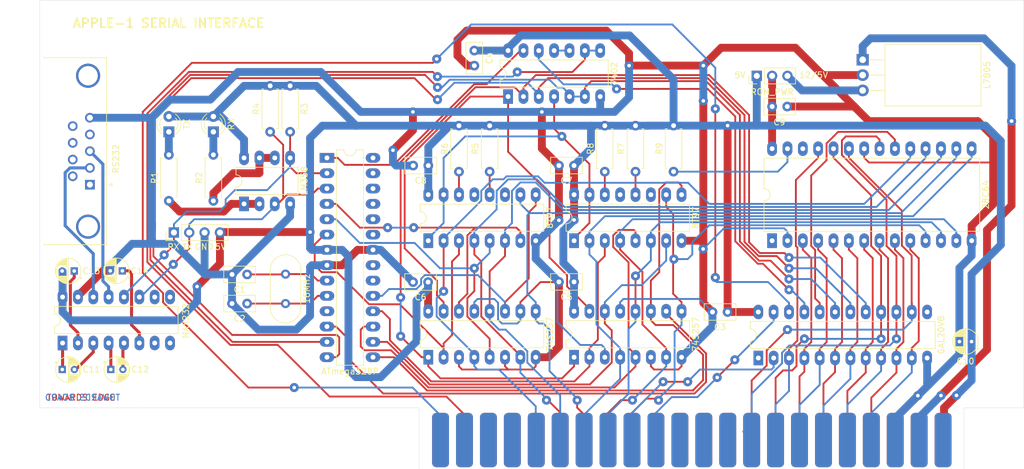
<source format=kicad_pcb>
(kicad_pcb (version 20171130) (host pcbnew "(5.1.5-0)")
  (layers (0 F.Cu signal) (31 B.Cu signal) (34 B.Paste user) (35 F.Paste user) (36 B.SilkS user) (37 F.SilkS user) (38 B.Mask user) (39 F.Mask user) (44 Edge.Cuts user))
  (net 0 "")
  (net 1 SR)
  (net 2 D3)
  (net 3 DATA0)
  (net 4 GND)
  (net 5 STATUS)
  (net 6 DATA3)
  (net 7 D0)
  (net 8 D2)
  (net 9 DATA1)
  (net 10 DATA2)
  (net 11 D1)
  (net 12 "Net-(74S257mux1-Pad15)")
  (net 13 +5V)
  (net 14 D5)
  (net 15 DATA6)
  (net 16 DATA5)
  (net 17 D6)
  (net 18 D4)
  (net 19 DATA7)
  (net 20 DATA4)
  (net 21 D7)
  (net 22 "Net-(8T97buf1-Pad1)")
  (net 23 "Net-(8T97buf1-Pad14)")
  (net 24 "Net-(8T97buf1-Pad13)")
  (net 25 "Net-(8T97buf1-Pad12)")
  (net 26 "Net-(8T97buf1-Pad11)")
  (net 27 "Net-(8T97buf2-Pad11)")
  (net 28 "Net-(8T97buf2-Pad12)")
  (net 29 "Net-(8T97buf2-Pad13)")
  (net 30 "Net-(8T97buf2-Pad14)")
  (net 31 "Net-(AT28C64B1-Pad1)")
  (net 32 A7)
  (net 33 A6)
  (net 34 A5)
  (net 35 A4)
  (net 36 ROM)
  (net 37 A3)
  (net 38 A10)
  (net 39 A2)
  (net 40 A1)
  (net 41 A11)
  (net 42 A0)
  (net 43 A9)
  (net 44 A8)
  (net 45 "Net-(AT28C64B1-Pad26)")
  (net 46 "Net-(AT28C64B1-Pad28)")
  (net 47 RESET)
  (net 48 /RXD)
  (net 49 /TXD)
  (net 50 "Net-(ATmega328P1-Pad20)")
  (net 51 "Net-(ATmega328P1-Pad21)")
  (net 52 "Net-(ATmega328P1-Pad9)")
  (net 53 "Net-(ATmega328P1-Pad23)")
  (net 54 "Net-(ATmega328P1-Pad10)")
  (net 55 "Net-(ATmega328P1-Pad24)")
  (net 56 "Net-(ATmega328P1-Pad11)")
  (net 57 "Net-(ATmega328P1-Pad25)")
  (net 58 "Net-(ATmega328P1-Pad26)")
  (net 59 WD)
  (net 60 "Net-(ATmega328P1-Pad27)")
  (net 61 RD)
  (net 62 "Net-(ATmega328P1-Pad28)")
  (net 63 "Net-(edge1-Pad21)")
  (net 64 A13)
  (net 65 A15)
  (net 66 "Net-(edge1-Pad11)")
  (net 67 "Net-(edge1-Pad10)")
  (net 68 "Net-(edge1-Pad5)")
  (net 69 "Net-(edge1-Pad4)")
  (net 70 "Net-(edge1-Pad3)")
  (net 71 RES)
  (net 72 "Net-(edge1-Pad1)")
  (net 73 PHI2)
  (net 74 "Net-(edge1-PadB)")
  (net 75 "Net-(edge1-PadC)")
  (net 76 "Net-(edge1-PadD)")
  (net 77 RW)
  (net 78 "Net-(edge1-PadM)")
  (net 79 A14)
  (net 80 A12)
  (net 81 +12V)
  (net 82 "Net-(edge1-PadZ)")
  (net 83 "Net-(GAL20V8B1-Pad1)")
  (net 84 "Net-(GAL20V8B1-Pad13)")
  (net 85 SW_RES)
  (net 86 "Net-(L7805-Pad3)")
  (net 87 "Net-(LED1-Pad1)")
  (net 88 "Net-(LED1-Pad6)")
  (net 89 "Net-(R1-Pad2)")
  (net 90 "Net-(R2-Pad2)")
  (net 91 "Net-(U7402-Pad10)")
  (net 92 "Net-(AT28C64B1-Pad27)")
  (net 93 T)
  (net 94 "Net-(C11-Pad2)")
  (net 95 "Net-(C11-Pad1)")
  (net 96 "Net-(C12-Pad2)")
  (net 97 "Net-(C12-Pad1)")
  (net 98 "Net-(C13-Pad1)")
  (net 99 "Net-(C14-Pad1)")
  (net 100 "Net-(RS232-Pad9)")
  (net 101 "Net-(RS232-Pad8)")
  (net 102 "Net-(RS232-Pad7)")
  (net 103 "Net-(RS232-Pad6)")
  (net 104 "Net-(RS232-Pad4)")
  (net 105 "Net-(RS232-Pad3)")
  (net 106 "Net-(RS232-Pad2)")
  (net 107 "Net-(RS232-Pad1)")
  (net 108 "Net-(U232-Pad8)")
  (net 109 "Net-(U232-Pad7)")
  (net 110 "Net-(U232-Pad10)")
  (net 111 "Net-(U232-Pad9)")
  (module Connector_Dsub:DSUB-9_Female_Horizontal_P2.77x2.84mm_EdgePinOffset4.94mm_Housed_MountingHolesOffset7.48mm (layer F.Cu) (at 58.81624 75.80376 270)
    (fp_text reference RS232 (at -4.2799 -4.31546 270) (layer F.SilkS))
    (fp_text value DB9_Female_MountingHoles hide)
    (pad 0 thru_hole circle (at 6.96 0.3 270) (size 4 4) (drill 3.2) (layers *.Cu *.Mask))
    (pad 0 thru_hole circle (at -18.04 0.3 270) (size 4 4) (drill 3.2) (layers *.Cu *.Mask))
    (pad 9 thru_hole circle (at -9.695 2.84 270) (size 1.6 1.6) (drill 1) (layers *.Cu *.Mask) (net 100 "Net-(RS232-Pad9)"))
    (pad 8 thru_hole circle (at -6.925 2.84 270) (size 1.6 1.6) (drill 1) (layers *.Cu *.Mask) (net 101 "Net-(RS232-Pad8)"))
    (pad 7 thru_hole circle (at -4.155 2.84 270) (size 1.6 1.6) (drill 1) (layers *.Cu *.Mask) (net 102 "Net-(RS232-Pad7)"))
    (pad 6 thru_hole circle (at -1.385 2.84 270) (size 1.6 1.6) (drill 1) (layers *.Cu *.Mask) (net 103 "Net-(RS232-Pad6)"))
    (pad 5 thru_hole circle (at -11.08 0 270) (size 1.6 1.6) (drill 1) (layers *.Cu *.Mask) (net 4 GND))
    (pad 4 thru_hole circle (at -8.31 0 270) (size 1.6 1.6) (drill 1) (layers *.Cu *.Mask) (net 104 "Net-(RS232-Pad4)"))
    (pad 3 thru_hole circle (at -5.54 0 270) (size 1.6 1.6) (drill 1) (layers *.Cu *.Mask) (net 105 "Net-(RS232-Pad3)"))
    (pad 2 thru_hole circle (at -2.77 0 270) (size 1.6 1.6) (drill 1) (layers *.Cu *.Mask) (net 106 "Net-(RS232-Pad2)"))
    (pad 1 thru_hole rect (at 0 0 270) (size 1.6 1.6) (drill 1) (layers *.Cu *.Mask) (net 107 "Net-(RS232-Pad1)"))
  )
  (module Package_DIP:DIP-16_W7.62mm_LongPads (layer F.Cu) (at 54.29758 102.04196 90)
    (fp_text reference MAX232 (at 3.64236 20.4089 90) (layer F.SilkS))
    (fp_text value MAX232 hide)
    (pad 16 thru_hole oval (at 7.62 0 90) (size 2.4 1.6) (drill 0.8) (layers *.Cu *.Mask) (net 13 +5V))
    (pad 8 thru_hole oval (at 0 17.78 90) (size 2.4 1.6) (drill 0.8) (layers *.Cu *.Mask) (net 108 "Net-(U232-Pad8)"))
    (pad 15 thru_hole oval (at 7.62 2.54 90) (size 2.4 1.6) (drill 0.8) (layers *.Cu *.Mask) (net 4 GND))
    (pad 7 thru_hole oval (at 0 15.24 90) (size 2.4 1.6) (drill 0.8) (layers *.Cu *.Mask) (net 109 "Net-(U232-Pad7)"))
    (pad 14 thru_hole oval (at 7.62 5.08 90) (size 2.4 1.6) (drill 0.8) (layers *.Cu *.Mask) (net 106 "Net-(RS232-Pad2)"))
    (pad 6 thru_hole oval (at 0 12.7 90) (size 2.4 1.6) (drill 0.8) (layers *.Cu *.Mask) (net 99 "Net-(C14-Pad1)"))
    (pad 13 thru_hole oval (at 7.62 7.62 90) (size 2.4 1.6) (drill 0.8) (layers *.Cu *.Mask) (net 105 "Net-(RS232-Pad3)"))
    (pad 5 thru_hole oval (at 0 10.16 90) (size 2.4 1.6) (drill 0.8) (layers *.Cu *.Mask) (net 96 "Net-(C12-Pad2)"))
    (pad 12 thru_hole oval (at 7.62 10.16 90) (size 2.4 1.6) (drill 0.8) (layers *.Cu *.Mask) (net 48 /RXD))
    (pad 4 thru_hole oval (at 0 7.62 90) (size 2.4 1.6) (drill 0.8) (layers *.Cu *.Mask) (net 97 "Net-(C12-Pad1)"))
    (pad 11 thru_hole oval (at 7.62 12.7 90) (size 2.4 1.6) (drill 0.8) (layers *.Cu *.Mask) (net 49 /TXD))
    (pad 3 thru_hole oval (at 0 5.08 90) (size 2.4 1.6) (drill 0.8) (layers *.Cu *.Mask) (net 94 "Net-(C11-Pad2)"))
    (pad 10 thru_hole oval (at 7.62 15.24 90) (size 2.4 1.6) (drill 0.8) (layers *.Cu *.Mask) (net 110 "Net-(U232-Pad10)"))
    (pad 2 thru_hole oval (at 0 2.54 90) (size 2.4 1.6) (drill 0.8) (layers *.Cu *.Mask) (net 98 "Net-(C13-Pad1)"))
    (pad 9 thru_hole oval (at 7.62 17.78 90) (size 2.4 1.6) (drill 0.8) (layers *.Cu *.Mask) (net 111 "Net-(U232-Pad9)"))
    (pad 1 thru_hole rect (at 0 0 90) (size 2.4 1.6) (drill 0.8) (layers *.Cu *.Mask) (net 95 "Net-(C11-Pad1)"))
  )
  (module Capacitor_THT:CP_Radial_D4.0mm_P2.00mm (layer F.Cu) (at 64.18834 90.0811 180)
    (fp_text reference C14 (at -2.8575 -0.00762) (layer F.SilkS))
    (fp_text value 10uF hide)
    (pad 2 thru_hole circle (at 2 0 180) (size 1.2 1.2) (drill 0.6) (layers *.Cu *.Mask) (net 4 GND))
    (pad 1 thru_hole rect (at 0 0 180) (size 1.2 1.2) (drill 0.6) (layers *.Cu *.Mask) (net 99 "Net-(C14-Pad1)"))
  )
  (module Capacitor_THT:CP_Radial_D4.0mm_P2.00mm (layer F.Cu) (at 56.2229 90.10904 180)
    (fp_text reference C13 (at -2.8321 0) (layer F.SilkS))
    (fp_text value 10uF hide)
    (pad 2 thru_hole circle (at 2 0 180) (size 1.2 1.2) (drill 0.6) (layers *.Cu *.Mask) (net 13 +5V))
    (pad 1 thru_hole rect (at 0 0 180) (size 1.2 1.2) (drill 0.6) (layers *.Cu *.Mask) (net 98 "Net-(C13-Pad1)"))
  )
  (module Capacitor_THT:CP_Radial_D4.0mm_P2.00mm (layer F.Cu) (at 62.27826 106.426)
    (fp_text reference C12 (at 4.85648 -0.0127) (layer F.SilkS))
    (fp_text value 10uF hide)
    (pad 2 thru_hole circle (at 2 0) (size 1.2 1.2) (drill 0.6) (layers *.Cu *.Mask) (net 96 "Net-(C12-Pad2)"))
    (pad 1 thru_hole rect (at 0 0) (size 1.2 1.2) (drill 0.6) (layers *.Cu *.Mask) (net 97 "Net-(C12-Pad1)"))
  )
  (module Capacitor_THT:CP_Radial_D4.0mm_P2.00mm (layer F.Cu) (at 54.24678 106.42854)
    (fp_text reference C11 (at 4.81838 -0.0127) (layer F.SilkS))
    (fp_text value 10uF hide)
    (pad 2 thru_hole circle (at 2 0) (size 1.2 1.2) (drill 0.6) (layers *.Cu *.Mask) (net 94 "Net-(C11-Pad2)"))
    (pad 1 thru_hole rect (at 0 0) (size 1.2 1.2) (drill 0.6) (layers *.Cu *.Mask) (net 95 "Net-(C11-Pad1)"))
  )
  (module Connector_PinHeader_2.54mm:PinHeader_1x04_P2.54mm_Vertical (layer F.Cu) (at 72.71512 83.73618 90)
    (fp_text reference SERIAL1 hide)
    (fp_text value SERIAL1 hide)
    (pad 4 thru_hole oval (at 0 7.62 90) (size 1.7 1.7) (drill 1) (layers *.Cu *.Mask) (net 13 +5V))
    (pad 3 thru_hole oval (at 0 5.08 90) (size 1.7 1.7) (drill 1) (layers *.Cu *.Mask) (net 4 GND))
    (pad 2 thru_hole oval (at 0 2.54 90) (size 1.7 1.7) (drill 1) (layers *.Cu *.Mask) (net 49 /TXD))
    (pad 1 thru_hole rect (at 0 0 90) (size 1.7 1.7) (drill 1) (layers *.Cu *.Mask) (net 48 /RXD))
  )
  (module Package_DIP:DIP-14_W7.62mm_LongPads (layer F.Cu) (at 128.016 61.214 90)
    (fp_text reference U7402 hide)
    (fp_text value 7402 (at 3.81 17.57 90) (layer F.SilkS))
    (pad 14 thru_hole oval (at 7.62 0 90) (size 2.4 1.6) (drill 0.8) (layers *.Cu *.Mask) (net 13 +5V))
    (pad 7 thru_hole oval (at 0 15.24 90) (size 2.4 1.6) (drill 0.8) (layers *.Cu *.Mask) (net 4 GND))
    (pad 13 thru_hole oval (at 7.62 2.54 90) (size 2.4 1.6) (drill 0.8) (layers *.Cu *.Mask) (net 47 RESET))
    (pad 6 thru_hole oval (at 0 12.7 90) (size 2.4 1.6) (drill 0.8) (layers *.Cu *.Mask) (net 59 WD))
    (pad 12 thru_hole oval (at 7.62 5.08 90) (size 2.4 1.6) (drill 0.8) (layers *.Cu *.Mask) (net 85 SW_RES))
    (pad 5 thru_hole oval (at 0 10.16 90) (size 2.4 1.6) (drill 0.8) (layers *.Cu *.Mask) (net 59 WD))
    (pad 11 thru_hole oval (at 7.62 7.62 90) (size 2.4 1.6) (drill 0.8) (layers *.Cu *.Mask) (net 91 "Net-(U7402-Pad10)"))
    (pad 4 thru_hole oval (at 0 7.62 90) (size 2.4 1.6) (drill 0.8) (layers *.Cu *.Mask) (net 22 "Net-(8T97buf1-Pad1)"))
    (pad 10 thru_hole oval (at 7.62 10.16 90) (size 2.4 1.6) (drill 0.8) (layers *.Cu *.Mask) (net 91 "Net-(U7402-Pad10)"))
    (pad 3 thru_hole oval (at 0 5.08 90) (size 2.4 1.6) (drill 0.8) (layers *.Cu *.Mask) (net 61 RD))
    (pad 9 thru_hole oval (at 7.62 12.7 90) (size 2.4 1.6) (drill 0.8) (layers *.Cu *.Mask) (net 71 RES))
    (pad 2 thru_hole oval (at 0 2.54 90) (size 2.4 1.6) (drill 0.8) (layers *.Cu *.Mask) (net 1 SR))
    (pad 8 thru_hole oval (at 7.62 15.24 90) (size 2.4 1.6) (drill 0.8) (layers *.Cu *.Mask) (net 71 RES))
    (pad 1 thru_hole rect (at 0 0 90) (size 2.4 1.6) (drill 0.8) (layers *.Cu *.Mask) (net 12 "Net-(74S257mux1-Pad15)"))
  )
  (module Package_DIP:DIP-8_W7.62mm_LongPads (layer F.Cu) (at 84.328 78.994 90)
    (fp_text reference LED1 hide)
    (fp_text value LM358 (at 3.81 9.95 90) (layer F.SilkS))
    (pad 8 thru_hole oval (at 7.62 0 90) (size 2.4 1.6) (drill 0.8) (layers *.Cu *.Mask) (net 13 +5V))
    (pad 4 thru_hole oval (at 0 7.62 90) (size 2.4 1.6) (drill 0.8) (layers *.Cu *.Mask) (net 4 GND))
    (pad 7 thru_hole oval (at 7.62 2.54 90) (size 2.4 1.6) (drill 0.8) (layers *.Cu *.Mask) (net 88 "Net-(LED1-Pad6)"))
    (pad 3 thru_hole oval (at 0 5.08 90) (size 2.4 1.6) (drill 0.8) (layers *.Cu *.Mask) (net 49 /TXD))
    (pad 6 thru_hole oval (at 7.62 5.08 90) (size 2.4 1.6) (drill 0.8) (layers *.Cu *.Mask) (net 88 "Net-(LED1-Pad6)"))
    (pad 2 thru_hole oval (at 0 2.54 90) (size 2.4 1.6) (drill 0.8) (layers *.Cu *.Mask) (net 87 "Net-(LED1-Pad1)"))
    (pad 5 thru_hole oval (at 7.62 7.62 90) (size 2.4 1.6) (drill 0.8) (layers *.Cu *.Mask) (net 48 /RXD))
    (pad 1 thru_hole rect (at 0 0 90) (size 2.4 1.6) (drill 0.8) (layers *.Cu *.Mask) (net 87 "Net-(LED1-Pad1)"))
  )
  (module Package_DIP:DIP-24_W7.62mm_LongPads (layer F.Cu) (at 169.418 104.521 90)
    (fp_text reference GAL20V8B1 hide)
    (fp_text value GAL20V8 (at 3.81 30.27 90) (layer F.SilkS))
    (pad 24 thru_hole oval (at 7.62 0 90) (size 2.4 1.6) (drill 0.8) (layers *.Cu *.Mask) (net 13 +5V))
    (pad 12 thru_hole oval (at 0 27.94 90) (size 2.4 1.6) (drill 0.8) (layers *.Cu *.Mask) (net 4 GND))
    (pad 23 thru_hole oval (at 7.62 2.54 90) (size 2.4 1.6) (drill 0.8) (layers *.Cu *.Mask) (net 93 T))
    (pad 11 thru_hole oval (at 0 25.4 90) (size 2.4 1.6) (drill 0.8) (layers *.Cu *.Mask) (net 42 A0))
    (pad 22 thru_hole oval (at 7.62 5.08 90) (size 2.4 1.6) (drill 0.8) (layers *.Cu *.Mask) (net 73 PHI2))
    (pad 10 thru_hole oval (at 0 22.86 90) (size 2.4 1.6) (drill 0.8) (layers *.Cu *.Mask) (net 40 A1))
    (pad 21 thru_hole oval (at 7.62 7.62 90) (size 2.4 1.6) (drill 0.8) (layers *.Cu *.Mask) (net 85 SW_RES))
    (pad 9 thru_hole oval (at 0 20.32 90) (size 2.4 1.6) (drill 0.8) (layers *.Cu *.Mask) (net 39 A2))
    (pad 20 thru_hole oval (at 7.62 10.16 90) (size 2.4 1.6) (drill 0.8) (layers *.Cu *.Mask) (net 36 ROM))
    (pad 8 thru_hole oval (at 0 17.78 90) (size 2.4 1.6) (drill 0.8) (layers *.Cu *.Mask) (net 37 A3))
    (pad 19 thru_hole oval (at 7.62 12.7 90) (size 2.4 1.6) (drill 0.8) (layers *.Cu *.Mask) (net 59 WD))
    (pad 7 thru_hole oval (at 0 15.24 90) (size 2.4 1.6) (drill 0.8) (layers *.Cu *.Mask) (net 35 A4))
    (pad 18 thru_hole oval (at 7.62 15.24 90) (size 2.4 1.6) (drill 0.8) (layers *.Cu *.Mask) (net 61 RD))
    (pad 6 thru_hole oval (at 0 12.7 90) (size 2.4 1.6) (drill 0.8) (layers *.Cu *.Mask) (net 34 A5))
    (pad 17 thru_hole oval (at 7.62 17.78 90) (size 2.4 1.6) (drill 0.8) (layers *.Cu *.Mask) (net 1 SR))
    (pad 5 thru_hole oval (at 0 10.16 90) (size 2.4 1.6) (drill 0.8) (layers *.Cu *.Mask) (net 33 A6))
    (pad 16 thru_hole oval (at 7.62 20.32 90) (size 2.4 1.6) (drill 0.8) (layers *.Cu *.Mask) (net 43 A9))
    (pad 4 thru_hole oval (at 0 7.62 90) (size 2.4 1.6) (drill 0.8) (layers *.Cu *.Mask) (net 32 A7))
    (pad 15 thru_hole oval (at 7.62 22.86 90) (size 2.4 1.6) (drill 0.8) (layers *.Cu *.Mask) (net 38 A10))
    (pad 3 thru_hole oval (at 0 5.08 90) (size 2.4 1.6) (drill 0.8) (layers *.Cu *.Mask) (net 44 A8))
    (pad 14 thru_hole oval (at 7.62 25.4 90) (size 2.4 1.6) (drill 0.8) (layers *.Cu *.Mask) (net 41 A11))
    (pad 2 thru_hole oval (at 0 2.54 90) (size 2.4 1.6) (drill 0.8) (layers *.Cu *.Mask) (net 77 RW))
    (pad 13 thru_hole oval (at 7.62 27.94 90) (size 2.4 1.6) (drill 0.8) (layers *.Cu *.Mask) (net 84 "Net-(GAL20V8B1-Pad13)"))
    (pad 1 thru_hole rect (at 0 0 90) (size 2.4 1.6) (drill 0.8) (layers *.Cu *.Mask) (net 83 "Net-(GAL20V8B1-Pad1)"))
  )
  (module Package_DIP:DIP-28_W7.62mm_LongPads (layer F.Cu) (at 98.044 71.374)
    (fp_text reference ATmega328P1 hide)
    (fp_text value ATmega328P (at 3.81 35.35) (layer F.SilkS))
    (pad 28 thru_hole oval (at 7.62 0) (size 2.4 1.6) (drill 0.8) (layers *.Cu *.Mask) (net 62 "Net-(ATmega328P1-Pad28)"))
    (pad 14 thru_hole oval (at 0 33.02) (size 2.4 1.6) (drill 0.8) (layers *.Cu *.Mask) (net 61 RD))
    (pad 27 thru_hole oval (at 7.62 2.54) (size 2.4 1.6) (drill 0.8) (layers *.Cu *.Mask) (net 60 "Net-(ATmega328P1-Pad27)"))
    (pad 13 thru_hole oval (at 0 30.48) (size 2.4 1.6) (drill 0.8) (layers *.Cu *.Mask) (net 59 WD))
    (pad 26 thru_hole oval (at 7.62 5.08) (size 2.4 1.6) (drill 0.8) (layers *.Cu *.Mask) (net 58 "Net-(ATmega328P1-Pad26)"))
    (pad 12 thru_hole oval (at 0 27.94) (size 2.4 1.6) (drill 0.8) (layers *.Cu *.Mask) (net 5 STATUS))
    (pad 25 thru_hole oval (at 7.62 7.62) (size 2.4 1.6) (drill 0.8) (layers *.Cu *.Mask) (net 57 "Net-(ATmega328P1-Pad25)"))
    (pad 11 thru_hole oval (at 0 25.4) (size 2.4 1.6) (drill 0.8) (layers *.Cu *.Mask) (net 56 "Net-(ATmega328P1-Pad11)"))
    (pad 24 thru_hole oval (at 7.62 10.16) (size 2.4 1.6) (drill 0.8) (layers *.Cu *.Mask) (net 55 "Net-(ATmega328P1-Pad24)"))
    (pad 10 thru_hole oval (at 0 22.86) (size 2.4 1.6) (drill 0.8) (layers *.Cu *.Mask) (net 54 "Net-(ATmega328P1-Pad10)"))
    (pad 23 thru_hole oval (at 7.62 12.7) (size 2.4 1.6) (drill 0.8) (layers *.Cu *.Mask) (net 53 "Net-(ATmega328P1-Pad23)"))
    (pad 9 thru_hole oval (at 0 20.32) (size 2.4 1.6) (drill 0.8) (layers *.Cu *.Mask) (net 52 "Net-(ATmega328P1-Pad9)"))
    (pad 22 thru_hole oval (at 7.62 15.24) (size 2.4 1.6) (drill 0.8) (layers *.Cu *.Mask) (net 4 GND))
    (pad 8 thru_hole oval (at 0 17.78) (size 2.4 1.6) (drill 0.8) (layers *.Cu *.Mask) (net 4 GND))
    (pad 21 thru_hole oval (at 7.62 17.78) (size 2.4 1.6) (drill 0.8) (layers *.Cu *.Mask) (net 51 "Net-(ATmega328P1-Pad21)"))
    (pad 7 thru_hole oval (at 0 15.24) (size 2.4 1.6) (drill 0.8) (layers *.Cu *.Mask) (net 13 +5V))
    (pad 20 thru_hole oval (at 7.62 20.32) (size 2.4 1.6) (drill 0.8) (layers *.Cu *.Mask) (net 50 "Net-(ATmega328P1-Pad20)"))
    (pad 6 thru_hole oval (at 0 12.7) (size 2.4 1.6) (drill 0.8) (layers *.Cu *.Mask) (net 19 DATA7))
    (pad 19 thru_hole oval (at 7.62 22.86) (size 2.4 1.6) (drill 0.8) (layers *.Cu *.Mask) (net 20 DATA4))
    (pad 5 thru_hole oval (at 0 10.16) (size 2.4 1.6) (drill 0.8) (layers *.Cu *.Mask) (net 15 DATA6))
    (pad 18 thru_hole oval (at 7.62 25.4) (size 2.4 1.6) (drill 0.8) (layers *.Cu *.Mask) (net 6 DATA3))
    (pad 4 thru_hole oval (at 0 7.62) (size 2.4 1.6) (drill 0.8) (layers *.Cu *.Mask) (net 16 DATA5))
    (pad 17 thru_hole oval (at 7.62 27.94) (size 2.4 1.6) (drill 0.8) (layers *.Cu *.Mask) (net 10 DATA2))
    (pad 3 thru_hole oval (at 0 5.08) (size 2.4 1.6) (drill 0.8) (layers *.Cu *.Mask) (net 49 /TXD))
    (pad 16 thru_hole oval (at 7.62 30.48) (size 2.4 1.6) (drill 0.8) (layers *.Cu *.Mask) (net 9 DATA1))
    (pad 2 thru_hole oval (at 0 2.54) (size 2.4 1.6) (drill 0.8) (layers *.Cu *.Mask) (net 48 /RXD))
    (pad 15 thru_hole oval (at 7.62 33.02) (size 2.4 1.6) (drill 0.8) (layers *.Cu *.Mask) (net 3 DATA0))
    (pad 1 thru_hole rect (at 0 0) (size 2.4 1.6) (drill 0.8) (layers *.Cu *.Mask) (net 47 RESET))
  )
  (module Package_DIP:DIP-28_W15.24mm_LongPads (layer F.Cu) (at 171.704 85.09 90)
    (fp_text reference AT28C64B1 hide)
    (fp_text value 28C64 (at 7.62 35.35 90) (layer F.SilkS))
    (pad 28 thru_hole oval (at 15.24 0 90) (size 2.4 1.6) (drill 0.8) (layers *.Cu *.Mask) (net 46 "Net-(AT28C64B1-Pad28)"))
    (pad 14 thru_hole oval (at 0 33.02 90) (size 2.4 1.6) (drill 0.8) (layers *.Cu *.Mask) (net 4 GND))
    (pad 27 thru_hole oval (at 15.24 2.54 90) (size 2.4 1.6) (drill 0.8) (layers *.Cu *.Mask) (net 92 "Net-(AT28C64B1-Pad27)"))
    (pad 13 thru_hole oval (at 0 30.48 90) (size 2.4 1.6) (drill 0.8) (layers *.Cu *.Mask) (net 8 D2))
    (pad 26 thru_hole oval (at 15.24 5.08 90) (size 2.4 1.6) (drill 0.8) (layers *.Cu *.Mask) (net 45 "Net-(AT28C64B1-Pad26)"))
    (pad 12 thru_hole oval (at 0 27.94 90) (size 2.4 1.6) (drill 0.8) (layers *.Cu *.Mask) (net 11 D1))
    (pad 25 thru_hole oval (at 15.24 7.62 90) (size 2.4 1.6) (drill 0.8) (layers *.Cu *.Mask) (net 44 A8))
    (pad 11 thru_hole oval (at 0 25.4 90) (size 2.4 1.6) (drill 0.8) (layers *.Cu *.Mask) (net 7 D0))
    (pad 24 thru_hole oval (at 15.24 10.16 90) (size 2.4 1.6) (drill 0.8) (layers *.Cu *.Mask) (net 43 A9))
    (pad 10 thru_hole oval (at 0 22.86 90) (size 2.4 1.6) (drill 0.8) (layers *.Cu *.Mask) (net 42 A0))
    (pad 23 thru_hole oval (at 15.24 12.7 90) (size 2.4 1.6) (drill 0.8) (layers *.Cu *.Mask) (net 41 A11))
    (pad 9 thru_hole oval (at 0 20.32 90) (size 2.4 1.6) (drill 0.8) (layers *.Cu *.Mask) (net 40 A1))
    (pad 22 thru_hole oval (at 15.24 15.24 90) (size 2.4 1.6) (drill 0.8) (layers *.Cu *.Mask) (net 4 GND))
    (pad 8 thru_hole oval (at 0 17.78 90) (size 2.4 1.6) (drill 0.8) (layers *.Cu *.Mask) (net 39 A2))
    (pad 21 thru_hole oval (at 15.24 17.78 90) (size 2.4 1.6) (drill 0.8) (layers *.Cu *.Mask) (net 38 A10))
    (pad 7 thru_hole oval (at 0 15.24 90) (size 2.4 1.6) (drill 0.8) (layers *.Cu *.Mask) (net 37 A3))
    (pad 20 thru_hole oval (at 15.24 20.32 90) (size 2.4 1.6) (drill 0.8) (layers *.Cu *.Mask) (net 36 ROM))
    (pad 6 thru_hole oval (at 0 12.7 90) (size 2.4 1.6) (drill 0.8) (layers *.Cu *.Mask) (net 35 A4))
    (pad 19 thru_hole oval (at 15.24 22.86 90) (size 2.4 1.6) (drill 0.8) (layers *.Cu *.Mask) (net 21 D7))
    (pad 5 thru_hole oval (at 0 10.16 90) (size 2.4 1.6) (drill 0.8) (layers *.Cu *.Mask) (net 34 A5))
    (pad 18 thru_hole oval (at 15.24 25.4 90) (size 2.4 1.6) (drill 0.8) (layers *.Cu *.Mask) (net 17 D6))
    (pad 4 thru_hole oval (at 0 7.62 90) (size 2.4 1.6) (drill 0.8) (layers *.Cu *.Mask) (net 33 A6))
    (pad 17 thru_hole oval (at 15.24 27.94 90) (size 2.4 1.6) (drill 0.8) (layers *.Cu *.Mask) (net 14 D5))
    (pad 3 thru_hole oval (at 0 5.08 90) (size 2.4 1.6) (drill 0.8) (layers *.Cu *.Mask) (net 32 A7))
    (pad 16 thru_hole oval (at 15.24 30.48 90) (size 2.4 1.6) (drill 0.8) (layers *.Cu *.Mask) (net 18 D4))
    (pad 2 thru_hole oval (at 0 2.54 90) (size 2.4 1.6) (drill 0.8) (layers *.Cu *.Mask) (net 4 GND))
    (pad 15 thru_hole oval (at 15.24 33.02 90) (size 2.4 1.6) (drill 0.8) (layers *.Cu *.Mask) (net 2 D3))
    (pad 1 thru_hole rect (at 0 0 90) (size 2.4 1.6) (drill 0.8) (layers *.Cu *.Mask) (net 31 "Net-(AT28C64B1-Pad1)"))
  )
  (module Package_DIP:DIP-16_W7.62mm_LongPads (layer F.Cu) (at 114.808 85.09 90)
    (fp_text reference 8T97buf2 hide)
    (fp_text value 8T97 (at 3.81 20.11 90) (layer F.SilkS))
    (pad 16 thru_hole oval (at 7.62 0 90) (size 2.4 1.6) (drill 0.8) (layers *.Cu *.Mask) (net 13 +5V))
    (pad 8 thru_hole oval (at 0 17.78 90) (size 2.4 1.6) (drill 0.8) (layers *.Cu *.Mask) (net 4 GND))
    (pad 15 thru_hole oval (at 7.62 2.54 90) (size 2.4 1.6) (drill 0.8) (layers *.Cu *.Mask) (net 22 "Net-(8T97buf1-Pad1)"))
    (pad 7 thru_hole oval (at 0 15.24 90) (size 2.4 1.6) (drill 0.8) (layers *.Cu *.Mask) (net 16 DATA5))
    (pad 14 thru_hole oval (at 7.62 5.08 90) (size 2.4 1.6) (drill 0.8) (layers *.Cu *.Mask) (net 30 "Net-(8T97buf2-Pad14)"))
    (pad 6 thru_hole oval (at 0 12.7 90) (size 2.4 1.6) (drill 0.8) (layers *.Cu *.Mask) (net 14 D5))
    (pad 13 thru_hole oval (at 7.62 7.62 90) (size 2.4 1.6) (drill 0.8) (layers *.Cu *.Mask) (net 29 "Net-(8T97buf2-Pad13)"))
    (pad 5 thru_hole oval (at 0 10.16 90) (size 2.4 1.6) (drill 0.8) (layers *.Cu *.Mask) (net 15 DATA6))
    (pad 12 thru_hole oval (at 7.62 10.16 90) (size 2.4 1.6) (drill 0.8) (layers *.Cu *.Mask) (net 28 "Net-(8T97buf2-Pad12)"))
    (pad 4 thru_hole oval (at 0 7.62 90) (size 2.4 1.6) (drill 0.8) (layers *.Cu *.Mask) (net 17 D6))
    (pad 11 thru_hole oval (at 7.62 12.7 90) (size 2.4 1.6) (drill 0.8) (layers *.Cu *.Mask) (net 27 "Net-(8T97buf2-Pad11)"))
    (pad 3 thru_hole oval (at 0 5.08 90) (size 2.4 1.6) (drill 0.8) (layers *.Cu *.Mask) (net 19 DATA7))
    (pad 10 thru_hole oval (at 7.62 15.24 90) (size 2.4 1.6) (drill 0.8) (layers *.Cu *.Mask) (net 18 D4))
    (pad 2 thru_hole oval (at 0 2.54 90) (size 2.4 1.6) (drill 0.8) (layers *.Cu *.Mask) (net 21 D7))
    (pad 9 thru_hole oval (at 7.62 17.78 90) (size 2.4 1.6) (drill 0.8) (layers *.Cu *.Mask) (net 20 DATA4))
    (pad 1 thru_hole rect (at 0 0 90) (size 2.4 1.6) (drill 0.8) (layers *.Cu *.Mask) (net 22 "Net-(8T97buf1-Pad1)"))
  )
  (module Package_DIP:DIP-16_W7.62mm_LongPads (layer F.Cu) (at 138.938 85.09 90)
    (fp_text reference 8T97buf1 hide)
    (fp_text value 8T97 (at 3.81 20.11 90) (layer F.SilkS))
    (pad 16 thru_hole oval (at 7.62 0 90) (size 2.4 1.6) (drill 0.8) (layers *.Cu *.Mask) (net 13 +5V))
    (pad 8 thru_hole oval (at 0 17.78 90) (size 2.4 1.6) (drill 0.8) (layers *.Cu *.Mask) (net 4 GND))
    (pad 15 thru_hole oval (at 7.62 2.54 90) (size 2.4 1.6) (drill 0.8) (layers *.Cu *.Mask) (net 22 "Net-(8T97buf1-Pad1)"))
    (pad 7 thru_hole oval (at 0 15.24 90) (size 2.4 1.6) (drill 0.8) (layers *.Cu *.Mask) (net 9 DATA1))
    (pad 14 thru_hole oval (at 7.62 5.08 90) (size 2.4 1.6) (drill 0.8) (layers *.Cu *.Mask) (net 23 "Net-(8T97buf1-Pad14)"))
    (pad 6 thru_hole oval (at 0 12.7 90) (size 2.4 1.6) (drill 0.8) (layers *.Cu *.Mask) (net 11 D1))
    (pad 13 thru_hole oval (at 7.62 7.62 90) (size 2.4 1.6) (drill 0.8) (layers *.Cu *.Mask) (net 24 "Net-(8T97buf1-Pad13)"))
    (pad 5 thru_hole oval (at 0 10.16 90) (size 2.4 1.6) (drill 0.8) (layers *.Cu *.Mask) (net 10 DATA2))
    (pad 12 thru_hole oval (at 7.62 10.16 90) (size 2.4 1.6) (drill 0.8) (layers *.Cu *.Mask) (net 25 "Net-(8T97buf1-Pad12)"))
    (pad 4 thru_hole oval (at 0 7.62 90) (size 2.4 1.6) (drill 0.8) (layers *.Cu *.Mask) (net 8 D2))
    (pad 11 thru_hole oval (at 7.62 12.7 90) (size 2.4 1.6) (drill 0.8) (layers *.Cu *.Mask) (net 26 "Net-(8T97buf1-Pad11)"))
    (pad 3 thru_hole oval (at 0 5.08 90) (size 2.4 1.6) (drill 0.8) (layers *.Cu *.Mask) (net 6 DATA3))
    (pad 10 thru_hole oval (at 7.62 15.24 90) (size 2.4 1.6) (drill 0.8) (layers *.Cu *.Mask) (net 7 D0))
    (pad 2 thru_hole oval (at 0 2.54 90) (size 2.4 1.6) (drill 0.8) (layers *.Cu *.Mask) (net 2 D3))
    (pad 9 thru_hole oval (at 7.62 17.78 90) (size 2.4 1.6) (drill 0.8) (layers *.Cu *.Mask) (net 3 DATA0))
    (pad 1 thru_hole rect (at 0 0 90) (size 2.4 1.6) (drill 0.8) (layers *.Cu *.Mask) (net 22 "Net-(8T97buf1-Pad1)"))
  )
  (module Package_DIP:DIP-16_W7.62mm_LongPads (layer F.Cu) (at 114.808 104.394 90)
    (fp_text reference 74S257mux2 hide)
    (fp_text value 74S257 (at 3.81 20.11 90) (layer F.SilkS))
    (pad 16 thru_hole oval (at 7.62 0 90) (size 2.4 1.6) (drill 0.8) (layers *.Cu *.Mask) (net 13 +5V))
    (pad 8 thru_hole oval (at 0 17.78 90) (size 2.4 1.6) (drill 0.8) (layers *.Cu *.Mask) (net 4 GND))
    (pad 15 thru_hole oval (at 7.62 2.54 90) (size 2.4 1.6) (drill 0.8) (layers *.Cu *.Mask) (net 12 "Net-(74S257mux1-Pad15)"))
    (pad 7 thru_hole oval (at 0 15.24 90) (size 2.4 1.6) (drill 0.8) (layers *.Cu *.Mask) (net 17 D6))
    (pad 14 thru_hole oval (at 7.62 5.08 90) (size 2.4 1.6) (drill 0.8) (layers *.Cu *.Mask) (net 16 DATA5))
    (pad 6 thru_hole oval (at 0 12.7 90) (size 2.4 1.6) (drill 0.8) (layers *.Cu *.Mask) (net 4 GND))
    (pad 13 thru_hole oval (at 7.62 7.62 90) (size 2.4 1.6) (drill 0.8) (layers *.Cu *.Mask) (net 4 GND))
    (pad 5 thru_hole oval (at 0 10.16 90) (size 2.4 1.6) (drill 0.8) (layers *.Cu *.Mask) (net 15 DATA6))
    (pad 12 thru_hole oval (at 7.62 10.16 90) (size 2.4 1.6) (drill 0.8) (layers *.Cu *.Mask) (net 14 D5))
    (pad 4 thru_hole oval (at 0 7.62 90) (size 2.4 1.6) (drill 0.8) (layers *.Cu *.Mask) (net 21 D7))
    (pad 11 thru_hole oval (at 7.62 12.7 90) (size 2.4 1.6) (drill 0.8) (layers *.Cu *.Mask) (net 20 DATA4))
    (pad 3 thru_hole oval (at 0 5.08 90) (size 2.4 1.6) (drill 0.8) (layers *.Cu *.Mask) (net 4 GND))
    (pad 10 thru_hole oval (at 7.62 15.24 90) (size 2.4 1.6) (drill 0.8) (layers *.Cu *.Mask) (net 4 GND))
    (pad 2 thru_hole oval (at 0 2.54 90) (size 2.4 1.6) (drill 0.8) (layers *.Cu *.Mask) (net 19 DATA7))
    (pad 9 thru_hole oval (at 7.62 17.78 90) (size 2.4 1.6) (drill 0.8) (layers *.Cu *.Mask) (net 18 D4))
    (pad 1 thru_hole rect (at 0 0 90) (size 2.4 1.6) (drill 0.8) (layers *.Cu *.Mask) (net 1 SR))
  )
  (module Package_DIP:DIP-16_W7.62mm_LongPads (layer F.Cu) (at 138.938 104.394 90)
    (fp_text reference 74S257mux1 hide)
    (fp_text value 74S257 (at 3.81 20.11 90) (layer F.SilkS))
    (pad 16 thru_hole oval (at 7.62 0 90) (size 2.4 1.6) (drill 0.8) (layers *.Cu *.Mask) (net 13 +5V))
    (pad 8 thru_hole oval (at 0 17.78 90) (size 2.4 1.6) (drill 0.8) (layers *.Cu *.Mask) (net 4 GND))
    (pad 15 thru_hole oval (at 7.62 2.54 90) (size 2.4 1.6) (drill 0.8) (layers *.Cu *.Mask) (net 12 "Net-(74S257mux1-Pad15)"))
    (pad 7 thru_hole oval (at 0 15.24 90) (size 2.4 1.6) (drill 0.8) (layers *.Cu *.Mask) (net 8 D2))
    (pad 14 thru_hole oval (at 7.62 5.08 90) (size 2.4 1.6) (drill 0.8) (layers *.Cu *.Mask) (net 9 DATA1))
    (pad 6 thru_hole oval (at 0 12.7 90) (size 2.4 1.6) (drill 0.8) (layers *.Cu *.Mask) (net 4 GND))
    (pad 13 thru_hole oval (at 7.62 7.62 90) (size 2.4 1.6) (drill 0.8) (layers *.Cu *.Mask) (net 4 GND))
    (pad 5 thru_hole oval (at 0 10.16 90) (size 2.4 1.6) (drill 0.8) (layers *.Cu *.Mask) (net 10 DATA2))
    (pad 12 thru_hole oval (at 7.62 10.16 90) (size 2.4 1.6) (drill 0.8) (layers *.Cu *.Mask) (net 11 D1))
    (pad 4 thru_hole oval (at 0 7.62 90) (size 2.4 1.6) (drill 0.8) (layers *.Cu *.Mask) (net 2 D3))
    (pad 11 thru_hole oval (at 7.62 12.7 90) (size 2.4 1.6) (drill 0.8) (layers *.Cu *.Mask) (net 3 DATA0))
    (pad 3 thru_hole oval (at 0 5.08 90) (size 2.4 1.6) (drill 0.8) (layers *.Cu *.Mask) (net 4 GND))
    (pad 10 thru_hole oval (at 7.62 15.24 90) (size 2.4 1.6) (drill 0.8) (layers *.Cu *.Mask) (net 5 STATUS))
    (pad 2 thru_hole oval (at 0 2.54 90) (size 2.4 1.6) (drill 0.8) (layers *.Cu *.Mask) (net 6 DATA3))
    (pad 9 thru_hole oval (at 7.62 17.78 90) (size 2.4 1.6) (drill 0.8) (layers *.Cu *.Mask) (net 7 D0))
    (pad 1 thru_hole rect (at 0 0 90) (size 2.4 1.6) (drill 0.8) (layers *.Cu *.Mask) (net 1 SR))
  )
  (module Capacitor_THT:C_Disc_D5.0mm_W2.5mm_P2.50mm (layer F.Cu) (at 138.93038 91.91498 180)
    (fp_text reference C5 (at 1.25 -2.5) (layer F.SilkS))
    (fp_text value 0.1uF hide)
    (pad 2 thru_hole circle (at 2.5 0 180) (size 1.6 1.6) (drill 0.8) (layers *.Cu *.Mask) (net 4 GND))
    (pad 1 thru_hole circle (at 0 0 180) (size 1.6 1.6) (drill 0.8) (layers *.Cu *.Mask) (net 13 +5V))
  )
  (module Resistor_THT:R_Axial_DIN0207_L6.3mm_D2.5mm_P7.62mm_Horizontal (layer F.Cu) (at 155.3972 73.64984 90)
    (fp_text reference R9 (at 3.81 -2.37 90) (layer F.SilkS))
    (fp_text value 1K hide)
    (pad 2 thru_hole oval (at 7.62 0 90) (size 1.6 1.6) (drill 0.8) (layers *.Cu *.Mask) (net 13 +5V))
    (pad 1 thru_hole circle (at 0 0 90) (size 1.6 1.6) (drill 0.8) (layers *.Cu *.Mask) (net 92 "Net-(AT28C64B1-Pad27)"))
  )
  (module Capacitor_THT:CP_Radial_D4.0mm_P2.00mm (layer F.Cu) (at 204.70368 101.8032 180)
    (fp_text reference C10 (at 1 -3.25) (layer F.SilkS))
    (fp_text value 22uF hide)
    (pad 2 thru_hole circle (at 2 0 180) (size 1.2 1.2) (drill 0.6) (layers *.Cu *.Mask) (net 4 GND))
    (pad 1 thru_hole rect (at 0 0 180) (size 1.2 1.2) (drill 0.6) (layers *.Cu *.Mask) (net 13 +5V))
  )
  (module Capacitor_THT:C_Disc_D5.0mm_W2.5mm_P2.50mm (layer F.Cu) (at 171.70908 62.87008)
    (fp_text reference C9 (at 1.20396 2.59334) (layer F.SilkS))
    (fp_text value 0.1uF hide)
    (pad 2 thru_hole circle (at 2.5 0) (size 1.6 1.6) (drill 0.8) (layers *.Cu *.Mask) (net 4 GND))
    (pad 1 thru_hole circle (at 0 0) (size 1.6 1.6) (drill 0.8) (layers *.Cu *.Mask) (net 46 "Net-(AT28C64B1-Pad28)"))
  )
  (module 44pin:44pin1 (layer F.Cu) (at 156.44 118.11)
    (fp_text reference edge1 hide)
    (fp_text value 44pin_edge hide)
    (pad 22 connect roundrect (at 43.56 0 90) (size 8.9916 2.794) (layers F.Cu F.Mask) (net 13 +5V))
    (pad 21 connect roundrect (at 39.6 0 90) (size 8.9916 2.794) (layers F.Cu F.Mask) (net 63 "Net-(edge1-Pad21)"))
    (pad 20 connect roundrect (at 35.64 0 90) (size 8.9916 2.794) (layers F.Cu F.Mask) (net 4 GND))
    (pad 19 connect roundrect (at 31.68 0 90) (size 8.9916 2.794) (layers F.Cu F.Mask) (net 40 A1))
    (pad 18 connect roundrect (at 27.72 0 90) (size 8.9916 2.794) (layers F.Cu F.Mask) (net 37 A3))
    (pad 17 connect roundrect (at 23.76 0 90) (size 8.9916 2.794) (layers F.Cu F.Mask) (net 34 A5))
    (pad 16 connect roundrect (at 19.8 0 90) (size 8.9916 2.794) (layers F.Cu F.Mask) (net 32 A7))
    (pad 15 connect roundrect (at 15.84 0 90) (size 8.9916 2.794) (layers F.Cu F.Mask) (net 43 A9))
    (pad 14 connect roundrect (at 11.88 0 90) (size 8.9916 2.794) (layers F.Cu F.Mask) (net 41 A11))
    (pad 13 connect roundrect (at 7.92 0 90) (size 8.9916 2.794) (layers F.Cu F.Mask) (net 64 A13))
    (pad 12 connect roundrect (at 3.96 0 90) (size 8.9916 2.794) (layers F.Cu F.Mask) (net 65 A15))
    (pad 11 connect roundrect (at 0 0 90) (size 8.9916 2.794) (layers F.Cu F.Mask) (net 66 "Net-(edge1-Pad11)"))
    (pad 10 connect roundrect (at -3.96 0 90) (size 8.9916 2.794) (layers F.Cu F.Mask) (net 67 "Net-(edge1-Pad10)"))
    (pad 9 connect roundrect (at -7.92 0 90) (size 8.9916 2.794) (layers F.Cu F.Mask) (net 7 D0))
    (pad 8 connect roundrect (at -11.88 0 90) (size 8.9916 2.794) (layers F.Cu F.Mask) (net 8 D2))
    (pad 7 connect roundrect (at -15.84 0 90) (size 8.9916 2.794) (layers F.Cu F.Mask) (net 18 D4))
    (pad 6 connect roundrect (at -19.8 0 90) (size 8.9916 2.794) (layers F.Cu F.Mask) (net 17 D6))
    (pad 5 connect roundrect (at -23.76 0 90) (size 8.9916 2.794) (layers F.Cu F.Mask) (net 68 "Net-(edge1-Pad5)"))
    (pad 4 connect roundrect (at -27.72 0 90) (size 8.9916 2.794) (layers F.Cu F.Mask) (net 69 "Net-(edge1-Pad4)"))
    (pad 3 connect roundrect (at -31.68 0 90) (size 8.9916 2.794) (layers F.Cu F.Mask) (net 70 "Net-(edge1-Pad3)"))
    (pad 2 connect roundrect (at -35.64 0 90) (size 8.9916 2.794) (layers F.Cu F.Mask) (net 71 RES))
    (pad 1 connect roundrect (at -39.6 0 90) (size 8.9916 2.794) (layers F.Cu F.Mask) (net 72 "Net-(edge1-Pad1)"))
    (pad A connect roundrect (at -39.6 0 90) (size 8.9916 2.794) (layers B.Cu B.Mask) (net 73 PHI2))
    (pad B connect roundrect (at -35.64 0 90) (size 8.9916 2.794) (layers B.Cu B.Mask) (net 74 "Net-(edge1-PadB)"))
    (pad C connect roundrect (at -31.68 0 90) (size 8.9916 2.794) (layers B.Cu B.Mask) (net 75 "Net-(edge1-PadC)"))
    (pad D connect roundrect (at -27.72 0 90) (size 8.9916 2.794) (layers B.Cu B.Mask) (net 76 "Net-(edge1-PadD)"))
    (pad E connect roundrect (at -23.76 0 90) (size 8.9916 2.794) (layers B.Cu B.Mask) (net 21 D7))
    (pad F connect roundrect (at -19.8 0 90) (size 8.9916 2.794) (layers B.Cu B.Mask) (net 14 D5))
    (pad H connect roundrect (at -15.84 0 90) (size 8.9916 2.794) (layers B.Cu B.Mask) (net 2 D3))
    (pad J connect roundrect (at -11.88 0 90) (size 8.9916 2.794) (layers B.Cu B.Mask) (net 11 D1))
    (pad K connect roundrect (at -7.92 0 90) (size 8.9916 2.794) (layers B.Cu B.Mask) (net 77 RW))
    (pad L connect roundrect (at -3.96 0 90) (size 8.9916 2.794) (layers B.Cu B.Mask) (net 93 T))
    (pad M connect roundrect (at 0 0 90) (size 8.9916 2.794) (layers B.Cu B.Mask) (net 78 "Net-(edge1-PadM)"))
    (pad N connect roundrect (at 3.96 0 90) (size 8.9916 2.794) (layers B.Cu B.Mask) (net 79 A14))
    (pad P connect roundrect (at 7.92 0 90) (size 8.9916 2.794) (layers B.Cu B.Mask) (net 80 A12))
    (pad R connect roundrect (at 11.88 0 90) (size 8.9916 2.794) (layers B.Cu B.Mask) (net 38 A10))
    (pad S connect roundrect (at 15.84 0 90) (size 8.9916 2.794) (layers B.Cu B.Mask) (net 44 A8))
    (pad T connect roundrect (at 19.8 0 90) (size 8.9916 2.794) (layers B.Cu B.Mask) (net 33 A6))
    (pad U connect roundrect (at 23.76 0 90) (size 8.9916 2.794) (layers B.Cu B.Mask) (net 35 A4))
    (pad V connect roundrect (at 27.72 0 90) (size 8.9916 2.794) (layers B.Cu B.Mask) (net 39 A2))
    (pad W connect roundrect (at 31.68 0 90) (size 8.9916 2.794) (layers B.Cu B.Mask) (net 42 A0))
    (pad X connect roundrect (at 35.64 0 90) (size 8.9916 2.794) (layers B.Cu B.Mask) (net 4 GND))
    (pad Y connect roundrect (at 39.6 0 90) (size 8.9916 2.794) (layers B.Cu B.Mask) (net 81 +12V))
    (pad Z connect roundrect (at 43.56 0 90) (size 8.9916 2.794) (layers B.Cu B.Mask) (net 82 "Net-(edge1-PadZ)"))
  )
  (module Capacitor_THT:C_Disc_D5.0mm_W2.5mm_P2.50mm (layer F.Cu) (at 84.836 95.504 180)
    (fp_text reference C2 (at 1.25 -2.5) (layer F.SilkS))
    (fp_text value 22pF hide)
    (pad 2 thru_hole circle (at 2.5 0 180) (size 1.6 1.6) (drill 0.8) (layers *.Cu *.Mask) (net 4 GND))
    (pad 1 thru_hole circle (at 0 0 180) (size 1.6 1.6) (drill 0.8) (layers *.Cu *.Mask) (net 54 "Net-(ATmega328P1-Pad10)"))
  )
  (module Capacitor_THT:C_Disc_D5.0mm_W2.5mm_P2.50mm (layer F.Cu) (at 84.836 90.678 180)
    (fp_text reference C1 (at 1.25 -2.5) (layer F.SilkS))
    (fp_text value 22pF hide)
    (pad 2 thru_hole circle (at 2.5 0 180) (size 1.6 1.6) (drill 0.8) (layers *.Cu *.Mask) (net 4 GND))
    (pad 1 thru_hole circle (at 0 0 180) (size 1.6 1.6) (drill 0.8) (layers *.Cu *.Mask) (net 52 "Net-(ATmega328P1-Pad9)"))
  )
  (module Capacitor_THT:C_Disc_D5.0mm_W2.5mm_P2.50mm (layer F.Cu) (at 164.338 96.901 180)
    (fp_text reference C3 (at 1.25 -2.5) (layer F.SilkS))
    (fp_text value 0.1uF hide)
    (pad 2 thru_hole circle (at 2.5 0 180) (size 1.6 1.6) (drill 0.8) (layers *.Cu *.Mask) (net 4 GND))
    (pad 1 thru_hole circle (at 0 0 180) (size 1.6 1.6) (drill 0.8) (layers *.Cu *.Mask) (net 13 +5V))
  )
  (module Capacitor_THT:C_Disc_D5.0mm_W2.5mm_P2.50mm (layer F.Cu) (at 122.428 53.594 270)
    (fp_text reference C4 (at 1.25 -2.5 90) (layer F.SilkS))
    (fp_text value 0.1uF hide)
    (pad 2 thru_hole circle (at 2.5 0 270) (size 1.6 1.6) (drill 0.8) (layers *.Cu *.Mask) (net 4 GND))
    (pad 1 thru_hole circle (at 0 0 270) (size 1.6 1.6) (drill 0.8) (layers *.Cu *.Mask) (net 13 +5V))
  )
  (module Capacitor_THT:C_Disc_D5.0mm_W2.5mm_P2.50mm (layer F.Cu) (at 114.78006 91.94546 180)
    (fp_text reference C6 (at 1.25 -2.5) (layer F.SilkS))
    (fp_text value 0.1uF hide)
    (pad 2 thru_hole circle (at 2.5 0 180) (size 1.6 1.6) (drill 0.8) (layers *.Cu *.Mask) (net 4 GND))
    (pad 1 thru_hole circle (at 0 0 180) (size 1.6 1.6) (drill 0.8) (layers *.Cu *.Mask) (net 13 +5V))
  )
  (module Capacitor_THT:C_Disc_D5.0mm_W2.5mm_P2.50mm (layer F.Cu) (at 138.92784 72.64146 180)
    (fp_text reference C7 (at 1.25 -2.5) (layer F.SilkS))
    (fp_text value 0.1uF hide)
    (pad 2 thru_hole circle (at 2.5 0 180) (size 1.6 1.6) (drill 0.8) (layers *.Cu *.Mask) (net 4 GND))
    (pad 1 thru_hole circle (at 0 0 180) (size 1.6 1.6) (drill 0.8) (layers *.Cu *.Mask) (net 13 +5V))
  )
  (module Capacitor_THT:C_Disc_D5.0mm_W2.5mm_P2.50mm (layer F.Cu) (at 114.81308 72.644 180)
    (fp_text reference C8 (at 1.25 -2.5) (layer F.SilkS))
    (fp_text value 0.1uF hide)
    (pad 2 thru_hole circle (at 2.5 0 180) (size 1.6 1.6) (drill 0.8) (layers *.Cu *.Mask) (net 4 GND))
    (pad 1 thru_hole circle (at 0 0 180) (size 1.6 1.6) (drill 0.8) (layers *.Cu *.Mask) (net 13 +5V))
  )
  (module Package_TO_SOT_THT:TO-220-3_Horizontal_TabDown (layer F.Cu) (at 186.69 55.118 270)
    (fp_text reference L7805 (at 2.54 -20.58 90) (layer F.SilkS))
    (fp_text value L7805 hide)
    (pad 3 thru_hole oval (at 5.08 0 270) (size 1.905 2) (drill 1.1) (layers *.Cu *.Mask) (net 86 "Net-(L7805-Pad3)"))
    (pad 2 thru_hole oval (at 2.54 0 270) (size 1.905 2) (drill 1.1) (layers *.Cu *.Mask) (net 4 GND))
    (pad 1 thru_hole rect (at 0 0 270) (size 1.905 2) (drill 1.1) (layers *.Cu *.Mask) (net 81 +12V))
    (pad "" np_thru_hole oval (at 2.54 -16.66 270) (size 3.5 3.5) (drill 3.5) (layers *.Cu *.Mask))
  )
  (module Resistor_THT:R_Axial_DIN0207_L6.3mm_D2.5mm_P7.62mm_Horizontal (layer F.Cu) (at 71.882 78.486 90)
    (fp_text reference R1 (at 3.81 -2.37 90) (layer F.SilkS))
    (fp_text value 460 hide)
    (pad 2 thru_hole oval (at 7.62 0 90) (size 1.6 1.6) (drill 0.8) (layers *.Cu *.Mask) (net 89 "Net-(R1-Pad2)"))
    (pad 1 thru_hole circle (at 0 0 90) (size 1.6 1.6) (drill 0.8) (layers *.Cu *.Mask) (net 87 "Net-(LED1-Pad1)"))
  )
  (module Resistor_THT:R_Axial_DIN0207_L6.3mm_D2.5mm_P7.62mm_Horizontal (layer F.Cu) (at 79.248 78.486 90)
    (fp_text reference R2 (at 3.81 -2.37 90) (layer F.SilkS))
    (fp_text value 460 hide)
    (pad 2 thru_hole oval (at 7.62 0 90) (size 1.6 1.6) (drill 0.8) (layers *.Cu *.Mask) (net 90 "Net-(R2-Pad2)"))
    (pad 1 thru_hole circle (at 0 0 90) (size 1.6 1.6) (drill 0.8) (layers *.Cu *.Mask) (net 88 "Net-(LED1-Pad6)"))
  )
  (module Resistor_THT:R_Axial_DIN0207_L6.3mm_D2.5mm_P7.62mm_Horizontal (layer F.Cu) (at 91.948 59.436 270)
    (fp_text reference R3 (at 3.81 -2.37 90) (layer F.SilkS))
    (fp_text value 1K hide)
    (pad 2 thru_hole oval (at 7.62 0 270) (size 1.6 1.6) (drill 0.8) (layers *.Cu *.Mask) (net 48 /RXD))
    (pad 1 thru_hole circle (at 0 0 270) (size 1.6 1.6) (drill 0.8) (layers *.Cu *.Mask) (net 13 +5V))
  )
  (module Resistor_THT:R_Axial_DIN0207_L6.3mm_D2.5mm_P7.62mm_Horizontal (layer F.Cu) (at 88.646 59.436 270)
    (fp_text reference R4 (at 3.81 2.286 90) (layer F.SilkS))
    (fp_text value 1K hide)
    (pad 2 thru_hole oval (at 7.62 0 270) (size 1.6 1.6) (drill 0.8) (layers *.Cu *.Mask) (net 49 /TXD))
    (pad 1 thru_hole circle (at 0 0 270) (size 1.6 1.6) (drill 0.8) (layers *.Cu *.Mask) (net 13 +5V))
  )
  (module Resistor_THT:R_Axial_DIN0207_L6.3mm_D2.5mm_P7.62mm_Horizontal (layer F.Cu) (at 124.968 73.66 90)
    (fp_text reference R5 (at 3.81 -2.37 90) (layer F.SilkS))
    (fp_text value 1K hide)
    (pad 2 thru_hole oval (at 7.62 0 90) (size 1.6 1.6) (drill 0.8) (layers *.Cu *.Mask) (net 13 +5V))
    (pad 1 thru_hole circle (at 0 0 90) (size 1.6 1.6) (drill 0.8) (layers *.Cu *.Mask) (net 28 "Net-(8T97buf2-Pad12)"))
  )
  (module Resistor_THT:R_Axial_DIN0207_L6.3mm_D2.5mm_P7.62mm_Horizontal (layer F.Cu) (at 119.888 73.66 90)
    (fp_text reference R6 (at 3.81 -2.37 90) (layer F.SilkS))
    (fp_text value 1K hide)
    (pad 2 thru_hole oval (at 7.62 0 90) (size 1.6 1.6) (drill 0.8) (layers *.Cu *.Mask) (net 13 +5V))
    (pad 1 thru_hole circle (at 0 0 90) (size 1.6 1.6) (drill 0.8) (layers *.Cu *.Mask) (net 30 "Net-(8T97buf2-Pad14)"))
  )
  (module Resistor_THT:R_Axial_DIN0207_L6.3mm_D2.5mm_P7.62mm_Horizontal (layer F.Cu) (at 149.098 73.66 90)
    (fp_text reference R7 (at 3.81 -2.37 90) (layer F.SilkS))
    (fp_text value 1K hide)
    (pad 2 thru_hole oval (at 7.62 0 90) (size 1.6 1.6) (drill 0.8) (layers *.Cu *.Mask) (net 13 +5V))
    (pad 1 thru_hole circle (at 0 0 90) (size 1.6 1.6) (drill 0.8) (layers *.Cu *.Mask) (net 25 "Net-(8T97buf1-Pad12)"))
  )
  (module Resistor_THT:R_Axial_DIN0207_L6.3mm_D2.5mm_P7.62mm_Horizontal (layer F.Cu) (at 144.018 73.66 90)
    (fp_text reference R8 (at 3.81 -2.37 90) (layer F.SilkS))
    (fp_text value 1K hide)
    (pad 2 thru_hole oval (at 7.62 0 90) (size 1.6 1.6) (drill 0.8) (layers *.Cu *.Mask) (net 13 +5V))
    (pad 1 thru_hole circle (at 0 0 90) (size 1.6 1.6) (drill 0.8) (layers *.Cu *.Mask) (net 23 "Net-(8T97buf1-Pad14)"))
  )
  (module Connector_PinHeader_2.54mm:PinHeader_1x03_P2.54mm_Vertical (layer F.Cu) (at 169.164 57.785 90)
    (fp_text reference ROM_PWR1 hide)
    (fp_text value ROM_PWR (at -2.667 2.54) (layer F.SilkS))
    (pad 3 thru_hole oval (at 0 5.08 90) (size 1.7 1.7) (drill 1) (layers *.Cu *.Mask) (net 86 "Net-(L7805-Pad3)"))
    (pad 2 thru_hole oval (at 0 2.54 90) (size 1.7 1.7) (drill 1) (layers *.Cu *.Mask) (net 46 "Net-(AT28C64B1-Pad28)"))
    (pad 1 thru_hole rect (at 0 0 90) (size 1.7 1.7) (drill 1) (layers *.Cu *.Mask) (net 13 +5V))
  )
  (module LED_THT:LED_D3.0mm (layer F.Cu) (at 71.882 67.056 90)
    (fp_text reference TX_LED1 hide)
    (fp_text value TX (at 1.27 2.96 90) (layer F.SilkS))
    (pad 2 thru_hole circle (at 2.54 0 90) (size 1.8 1.8) (drill 0.9) (layers *.Cu *.Mask) (net 13 +5V))
    (pad 1 thru_hole rect (at 0 0 90) (size 1.8 1.8) (drill 0.9) (layers *.Cu *.Mask) (net 89 "Net-(R1-Pad2)"))
  )
  (module LED_THT:LED_D3.0mm (layer F.Cu) (at 79.248 67.056 90)
    (fp_text reference RX_LED1 hide)
    (fp_text value RX (at 1.27 2.96 90) (layer F.SilkS))
    (pad 2 thru_hole circle (at 2.54 0 90) (size 1.8 1.8) (drill 0.9) (layers *.Cu *.Mask) (net 13 +5V))
    (pad 1 thru_hole rect (at 0 0 90) (size 1.8 1.8) (drill 0.9) (layers *.Cu *.Mask) (net 90 "Net-(R2-Pad2)"))
  )
  (module Crystal:Crystal_HC49-U_Vertical (layer F.Cu) (at 91.186 95.504 90)
    (fp_text reference XTAL1 hide)
    (fp_text value 16MHz (at 2.44 3.525 90) (layer F.SilkS))
    (pad 2 thru_hole circle (at 4.88 0 90) (size 1.5 1.5) (drill 0.8) (layers *.Cu *.Mask) (net 52 "Net-(ATmega328P1-Pad9)"))
    (pad 1 thru_hole circle (at 0 0 90) (size 1.5 1.5) (drill 0.8) (layers *.Cu *.Mask) (net 54 "Net-(ATmega328P1-Pad10)"))
  )
  (gr_text 5V (at 80.42402 86.106) (layer F.SilkS) (effects (font (size 1 1))))
  (gr_line (start 113.284 112.776) (end 113.284 122.936) (layer Edge.Cuts) (width 0.05))
  (gr_line (start 203.454 112.776) (end 203.454 122.936) (layer Edge.Cuts) (width 0.05))
  (gr_line (start 113.284 122.936) (end 203.454 122.936) (layer Edge.Cuts) (width 0.05))
  (gr_line (start 213.36 112.776) (end 203.454 112.776) (layer Edge.Cuts) (width 0.05))
  (gr_line (start 67.056 112.776) (end 113.284 112.776) (layer Edge.Cuts) (width 0.05))
  (gr_text "TOWARDS BOARD" (at 57.60974 111.06658) (layer B.Cu) (effects (font (size 1 1)) (justify mirror)))
  (gr_text "TOWARDS EDGE" (at 57.35574 111.06658) (layer F.Cu) (effects (font (size 1 1))))
  (gr_text 12/5V (at 178.562 57.658) (layer F.SilkS) (effects (font (size 1 1))))
  (gr_text 5V (at 166.37 57.658) (layer F.SilkS) (effects (font (size 1 1))))
  (gr_text GND (at 77.724 86.106) (layer F.SilkS) (effects (font (size 1 1))))
  (gr_text TX (at 74.93 86.106) (layer F.SilkS) (effects (font (size 1 1))))
  (gr_text RX (at 72.644 86.106) (layer F.SilkS) (effects (font (size 1 1))))
  (gr_line (start 213.36 48.514) (end 213.36 45.244) (layer Edge.Cuts) (width 0.05))
  (gr_line (start 50.516 45.244) (end 213.36 45.244) (layer Edge.Cuts) (width 0.05))
  (gr_line (start 50.516 112.776) (end 50.516 45.244) (layer Edge.Cuts) (width 0.05))
  (gr_line (start 67.056 112.776) (end 50.516 112.776) (layer Edge.Cuts) (width 0.05))
  (gr_text "APPLE-1 SERIAL INTERFACE" (at 71.836 49.054) (layer F.SilkS) (effects (font (size 1.5 1.5) (thickness 0.3))))
  (gr_line (start 213.36 112.776) (end 213.36 48.514) (layer Edge.Cuts) (width 0.05))
  (segment (start 129.096001 59.663999) (end 122.624879 59.663999) (width 0.3) (layer F.Cu) (net 1))
  (segment (start 130.556 61.123998) (end 129.096001 59.663999) (width 0.3) (layer F.Cu) (net 1))
  (segment (start 122.624879 59.663999) (end 110.236 72.052878) (width 0.3) (layer F.Cu) (net 1))
  (segment (start 130.556 61.214) (end 130.556 61.123998) (width 0.3) (layer F.Cu) (net 1))
  (segment (start 110.236 72.052878) (end 110.236 94.488) (width 0.3) (layer F.Cu) (net 1))
  (segment (start 110.236 94.488) (end 110.236 94.488) (width 0.3) (layer F.Cu) (net 1))
  (via (at 110.236 94.488) (size 1.5) (drill 0.6) (layers F.Cu B.Cu) (net 1))
  (segment (start 110.236 100.922) (end 110.236 100.922) (width 0.3) (layer B.Cu) (net 1))
  (segment (start 110.236 94.488) (end 110.236 100.922) (width 0.3) (layer B.Cu) (net 1))
  (segment (start 114.808 105.894) (end 116.811959 107.897959) (width 0.3) (layer F.Cu) (net 1))
  (segment (start 114.808 104.394) (end 114.808 105.894) (width 0.3) (layer F.Cu) (net 1))
  (segment (start 138.938 105.894) (end 138.938 104.394) (width 0.3) (layer F.Cu) (net 1))
  (segment (start 136.934041 107.897959) (end 138.938 105.894) (width 0.3) (layer F.Cu) (net 1))
  (segment (start 116.811959 107.897959) (end 136.934041 107.897959) (width 0.3) (layer F.Cu) (net 1))
  (segment (start 187.198 95.401) (end 179.681 87.884) (width 0.3) (layer B.Cu) (net 1))
  (segment (start 187.198 96.901) (end 187.198 95.401) (width 0.3) (layer B.Cu) (net 1))
  (segment (start 179.681 87.884) (end 174.498 87.884) (width 0.3) (layer B.Cu) (net 1))
  (segment (start 174.498 87.884) (end 174.498 87.884) (width 0.3) (layer B.Cu) (net 1))
  (via (at 174.498 87.884) (size 1.5) (drill 0.6) (layers F.Cu B.Cu) (net 1))
  (segment (start 173.748001 87.134001) (end 169.684001 87.134001) (width 0.3) (layer F.Cu) (net 1))
  (segment (start 174.498 87.884) (end 173.748001 87.134001) (width 0.3) (layer F.Cu) (net 1))
  (segment (start 169.684001 87.134001) (end 167.894 85.344) (width 0.3) (layer F.Cu) (net 1))
  (segment (start 167.894 85.344) (end 167.894 64.262) (width 0.3) (layer F.Cu) (net 1))
  (segment (start 167.894 64.262) (end 161.29 57.658) (width 0.3) (layer F.Cu) (net 1))
  (segment (start 130.556 59.714) (end 130.556 61.214) (width 0.3) (layer F.Cu) (net 1))
  (segment (start 132.612 57.658) (end 130.556 59.714) (width 0.3) (layer F.Cu) (net 1))
  (segment (start 161.29 57.658) (end 132.612 57.658) (width 0.3) (layer F.Cu) (net 1))
  (segment (start 110.236 100.922) (end 113.708 104.394) (width 0.3) (layer F.Cu) (net 1))
  (via (at 110.236 100.922) (size 1.5) (drill 0.6) (layers F.Cu B.Cu) (net 1))
  (segment (start 113.708 104.394) (end 114.808 104.394) (width 0.3) (layer F.Cu) (net 1))
  (segment (start 140.6 118.11) (end 140.6 113.908) (width 0.3) (layer B.Cu) (net 2))
  (segment (start 146.558 107.95) (end 146.558 104.394) (width 0.3) (layer B.Cu) (net 2))
  (segment (start 140.6 113.908) (end 146.558 107.95) (width 0.3) (layer B.Cu) (net 2))
  (segment (start 142.62801 98.96401) (end 142.62801 88.52601) (width 0.3) (layer B.Cu) (net 2))
  (segment (start 146.558 102.894) (end 142.62801 98.96401) (width 0.3) (layer B.Cu) (net 2))
  (segment (start 146.558 104.394) (end 146.558 102.894) (width 0.3) (layer B.Cu) (net 2))
  (segment (start 141.478 87.376) (end 141.478 85.09) (width 0.3) (layer B.Cu) (net 2))
  (segment (start 142.62801 88.52601) (end 141.478 87.376) (width 0.3) (layer B.Cu) (net 2))
  (segment (start 141.478 83.59) (end 141.478 85.09) (width 0.3) (layer B.Cu) (net 2))
  (segment (start 144.03401 81.03399) (end 141.478 83.59) (width 0.3) (layer B.Cu) (net 2))
  (segment (start 195.04001 81.03399) (end 144.03401 81.03399) (width 0.3) (layer B.Cu) (net 2))
  (segment (start 204.724 71.35) (end 195.04001 81.03399) (width 0.3) (layer B.Cu) (net 2))
  (segment (start 204.724 69.85) (end 204.724 71.35) (width 0.3) (layer B.Cu) (net 2))
  (segment (start 151.638 96.774) (end 151.638 91.694) (width 0.3) (layer F.Cu) (net 3))
  (segment (start 153.02799 76.593651) (end 154.183641 75.438) (width 0.3) (layer F.Cu) (net 3))
  (segment (start 153.02799 90.30401) (end 153.02799 76.593651) (width 0.3) (layer F.Cu) (net 3))
  (segment (start 151.638 91.694) (end 153.02799 90.30401) (width 0.3) (layer F.Cu) (net 3))
  (segment (start 156.186 75.438) (end 156.718 75.97) (width 0.3) (layer F.Cu) (net 3))
  (segment (start 156.718 75.97) (end 156.718 77.47) (width 0.3) (layer F.Cu) (net 3))
  (segment (start 154.183641 75.438) (end 156.186 75.438) (width 0.3) (layer F.Cu) (net 3))
  (segment (start 151.638 98.274) (end 151.638 96.774) (width 0.3) (layer F.Cu) (net 3))
  (segment (start 152.424 99.06) (end 151.638 98.274) (width 0.3) (layer F.Cu) (net 3))
  (segment (start 160.274 103.97712) (end 155.35688 99.06) (width 0.3) (layer F.Cu) (net 3))
  (segment (start 160.274 108.204) (end 160.274 103.97712) (width 0.3) (layer F.Cu) (net 3))
  (segment (start 158.665999 109.812001) (end 160.274 108.204) (width 0.3) (layer F.Cu) (net 3))
  (segment (start 158.665999 109.897999) (end 158.665999 109.812001) (width 0.3) (layer F.Cu) (net 3))
  (segment (start 114.606617 109.897999) (end 158.665999 109.897999) (width 0.3) (layer F.Cu) (net 3))
  (segment (start 109.102618 104.394) (end 114.606617 109.897999) (width 0.3) (layer F.Cu) (net 3))
  (segment (start 155.35688 99.06) (end 152.424 99.06) (width 0.3) (layer F.Cu) (net 3))
  (segment (start 105.664 104.394) (end 109.102618 104.394) (width 0.3) (layer F.Cu) (net 3))
  (segment (start 91.948 78.994) (end 91.948 79.394) (width 1.3) (layer B.Cu) (net 4))
  (segment (start 192.08 118.11) (end 192.08 114.498) (width 1.3) (layer F.Cu) (net 4))
  (segment (start 205.74 65.278) (end 187.706 65.278) (width 1.3) (layer F.Cu) (net 4))
  (segment (start 204.724 85.09) (end 204.724 82.59) (width 1.3) (layer F.Cu) (net 4))
  (segment (start 208.28 67.818) (end 205.74 65.278) (width 1.3) (layer F.Cu) (net 4))
  (segment (start 204.724 82.59) (end 208.28 79.034) (width 1.3) (layer F.Cu) (net 4))
  (segment (start 180.086 57.658) (end 186.69 57.658) (width 1.3) (layer F.Cu) (net 4))
  (segment (start 179.832 57.404) (end 180.086 57.658) (width 1.3) (layer F.Cu) (net 4))
  (via (at 160.323001 56.084999) (size 1.5) (drill 0.6) (layers F.Cu B.Cu) (net 4))
  (segment (start 160.323001 56.084999) (end 160.323001 61.926999) (width 1.3) (layer B.Cu) (net 4))
  (segment (start 160.323001 61.926999) (end 160.323001 61.926999) (width 1.3) (layer B.Cu) (net 4))
  (via (at 160.323001 61.926999) (size 1.5) (drill 0.6) (layers F.Cu B.Cu) (net 4))
  (segment (start 161.838 99.274) (end 156.718 104.394) (width 1.3) (layer B.Cu) (net 4))
  (segment (start 161.838 96.901) (end 161.838 99.274) (width 1.3) (layer B.Cu) (net 4))
  (segment (start 82.336 95.504) (end 86.654 99.822) (width 1.3) (layer B.Cu) (net 4))
  (segment (start 92.964 99.822) (end 95.25 97.536) (width 1.3) (layer B.Cu) (net 4))
  (segment (start 86.654 99.822) (end 92.964 99.822) (width 1.3) (layer B.Cu) (net 4))
  (segment (start 95.544 89.154) (end 98.044 89.154) (width 1.3) (layer B.Cu) (net 4))
  (segment (start 95.25 89.448) (end 95.544 89.154) (width 1.3) (layer B.Cu) (net 4))
  (segment (start 95.25 97.536) (end 95.25 89.448) (width 1.3) (layer B.Cu) (net 4))
  (segment (start 82.336 90.678) (end 82.336 95.504) (width 1.3) (layer B.Cu) (net 4))
  (segment (start 186.944 71.35) (end 186.944 69.85) (width 0.3) (layer F.Cu) (net 4))
  (segment (start 187.73 72.136) (end 186.944 71.35) (width 0.3) (layer F.Cu) (net 4))
  (segment (start 208.28 72.136) (end 187.73 72.136) (width 0.3) (layer F.Cu) (net 4))
  (segment (start 208.28 79.034) (end 208.28 72.136) (width 1.3) (layer F.Cu) (net 4))
  (segment (start 208.28 72.136) (end 208.28 67.818) (width 1.3) (layer F.Cu) (net 4))
  (segment (start 174.244 85.49) (end 174.244 85.09) (width 0.3) (layer B.Cu) (net 4))
  (segment (start 156.718 105.894) (end 156.186 106.426) (width 0.3) (layer F.Cu) (net 4))
  (segment (start 156.718 104.394) (end 156.718 105.894) (width 0.3) (layer F.Cu) (net 4))
  (segment (start 151.638 105.894) (end 151.638 104.394) (width 0.3) (layer F.Cu) (net 4))
  (segment (start 152.17 106.426) (end 151.638 105.894) (width 0.3) (layer F.Cu) (net 4))
  (segment (start 156.186 106.426) (end 152.17 106.426) (width 0.3) (layer F.Cu) (net 4))
  (segment (start 103.164 86.614) (end 105.664 86.614) (width 1.3) (layer F.Cu) (net 4))
  (segment (start 103.084 86.614) (end 103.164 86.614) (width 1.3) (layer F.Cu) (net 4))
  (segment (start 100.544 89.154) (end 103.084 86.614) (width 1.3) (layer F.Cu) (net 4))
  (segment (start 98.044 89.154) (end 100.544 89.154) (width 1.3) (layer F.Cu) (net 4))
  (segment (start 148.032999 56.084999) (end 148.032999 56.084999) (width 1.3) (layer F.Cu) (net 4))
  (segment (start 160.323001 56.084999) (end 148.032999 56.084999) (width 1.3) (layer F.Cu) (net 4))
  (via (at 148.032999 56.084999) (size 1.5) (drill 0.6) (layers F.Cu B.Cu) (net 4))
  (segment (start 143.256 63.754) (end 141.478 63.754) (width 1.3) (layer B.Cu) (net 4))
  (segment (start 141.478 63.754) (end 133.604 63.754) (width 1.3) (layer B.Cu) (net 4))
  (segment (start 133.604 63.754) (end 133.604 63.754) (width 1.3) (layer B.Cu) (net 4))
  (via (at 133.604 63.754) (size 1.5) (drill 0.6) (layers F.Cu B.Cu) (net 4))
  (segment (start 130.048 95.274) (end 130.048 96.774) (width 0.3) (layer F.Cu) (net 4))
  (segment (start 133.374 91.948) (end 130.048 95.274) (width 0.3) (layer F.Cu) (net 4))
  (segment (start 136.184 91.948) (end 133.374 91.948) (width 0.3) (layer F.Cu) (net 4))
  (segment (start 132.588 104.394) (end 132.588 104.794) (width 0.3) (layer F.Cu) (net 4))
  (segment (start 127.508 104.394) (end 127.508 104.794) (width 0.3) (layer F.Cu) (net 4))
  (segment (start 133.604 63.754) (end 112.268 63.754) (width 1.3) (layer B.Cu) (net 4))
  (segment (start 112.268 63.754) (end 112.268 63.754) (width 1.3) (layer B.Cu) (net 4))
  (segment (start 103.632 63.754) (end 97.028 57.15) (width 1.3) (layer B.Cu) (net 4))
  (segment (start 97.028 57.15) (end 83.312 57.15) (width 1.3) (layer B.Cu) (net 4))
  (segment (start 83.312 57.15) (end 78.994 61.468) (width 1.3) (layer B.Cu) (net 4))
  (segment (start 78.994 61.468) (end 78.74 61.722) (width 1.3) (layer B.Cu) (net 4))
  (segment (start 72.085998 61.722) (end 69.088 64.719998) (width 1.3) (layer B.Cu) (net 4))
  (segment (start 78.74 61.722) (end 72.085998 61.722) (width 1.3) (layer B.Cu) (net 4))
  (segment (start 69.088 82.296) (end 69.088 84.836) (width 1.3) (layer B.Cu) (net 4))
  (segment (start 69.088 64.719998) (end 69.088 82.296) (width 1.3) (layer B.Cu) (net 4))
  (segment (start 69.088 82.296) (end 69.088 83.240002) (width 1.3) (layer B.Cu) (net 4))
  (segment (start 161.838 96.901) (end 159.679 94.742) (width 0.3) (layer B.Cu) (net 4))
  (segment (start 146.558 95.274) (end 146.558 96.774) (width 0.3) (layer B.Cu) (net 4))
  (segment (start 147.09 94.742) (end 146.558 95.274) (width 0.3) (layer B.Cu) (net 4))
  (segment (start 159.679 94.742) (end 147.09 94.742) (width 0.3) (layer B.Cu) (net 4))
  (segment (start 136.184 91.948) (end 136.184 98.592) (width 0.3) (layer B.Cu) (net 4))
  (segment (start 136.184 98.592) (end 139.954 102.362) (width 0.3) (layer B.Cu) (net 4))
  (segment (start 144.018 102.894) (end 144.018 104.394) (width 0.3) (layer B.Cu) (net 4))
  (segment (start 143.486 102.362) (end 144.018 102.894) (width 0.3) (layer B.Cu) (net 4))
  (segment (start 139.954 102.362) (end 143.486 102.362) (width 0.3) (layer B.Cu) (net 4))
  (segment (start 105.664 86.614) (end 105.918 86.614) (width 1.3) (layer B.Cu) (net 4))
  (segment (start 105.664 86.614) (end 106.72 86.614) (width 1.3) (layer B.Cu) (net 4))
  (segment (start 202.692 89.622) (end 204.724 87.59) (width 1.3) (layer B.Cu) (net 4))
  (segment (start 204.724 87.59) (end 204.724 85.09) (width 1.3) (layer B.Cu) (net 4))
  (segment (start 202.692 103.886) (end 202.692 89.622) (width 1.3) (layer B.Cu) (net 4))
  (segment (start 112.268 63.754) (end 103.632 63.754) (width 1.3) (layer B.Cu) (net 4))
  (via (at 112.268 63.754) (size 1.5) (drill 0.6) (layers F.Cu B.Cu) (net 4))
  (segment (start 112.268 63.754) (end 112.268 66.802) (width 1.3) (layer F.Cu) (net 4))
  (segment (start 112.268 66.802) (end 108.966 70.104) (width 1.3) (layer F.Cu) (net 4))
  (segment (start 108.966 70.104) (end 108.966 70.104) (width 1.3) (layer F.Cu) (net 4))
  (via (at 108.966 70.104) (size 1.5) (drill 0.6) (layers F.Cu B.Cu) (net 4))
  (segment (start 108.966 70.104) (end 108.966 72.136) (width 1.3) (layer B.Cu) (net 4))
  (segment (start 108.966 72.136) (end 109.474 72.644) (width 1.3) (layer B.Cu) (net 4))
  (segment (start 132.588 105.894) (end 132.056 106.426) (width 0.3) (layer F.Cu) (net 4))
  (segment (start 132.588 104.394) (end 132.588 105.894) (width 0.3) (layer F.Cu) (net 4))
  (segment (start 127.508 105.894) (end 127.508 104.394) (width 0.3) (layer F.Cu) (net 4))
  (segment (start 128.04 106.426) (end 127.508 105.894) (width 0.3) (layer F.Cu) (net 4))
  (segment (start 132.056 106.426) (end 128.04 106.426) (width 0.3) (layer F.Cu) (net 4))
  (segment (start 128.04 106.426) (end 120.396 106.426) (width 0.3) (layer F.Cu) (net 4))
  (segment (start 119.888 105.918) (end 119.888 104.394) (width 0.3) (layer F.Cu) (net 4))
  (segment (start 120.396 106.426) (end 119.888 105.918) (width 0.3) (layer F.Cu) (net 4))
  (segment (start 192.08 114.356) (end 192.024 114.3) (width 1.3) (layer B.Cu) (net 4))
  (segment (start 192.08 118.11) (end 192.08 114.356) (width 1.3) (layer B.Cu) (net 4))
  (segment (start 192.08 118.11) (end 192.024 114.3) (width 1.3) (layer B.Cu) (net 4))
  (segment (start 125.73 94.742) (end 122.96 94.742) (width 0.3) (layer B.Cu) (net 4))
  (segment (start 122.96 94.742) (end 122.428 95.274) (width 0.3) (layer B.Cu) (net 4))
  (segment (start 126.35799 95.36999) (end 125.73 94.742) (width 0.3) (layer B.Cu) (net 4))
  (segment (start 122.428 95.274) (end 122.428 96.774) (width 0.3) (layer B.Cu) (net 4))
  (segment (start 127 98.806) (end 126.35799 98.16399) (width 0.3) (layer B.Cu) (net 4))
  (segment (start 126.35799 98.16399) (end 126.35799 95.36999) (width 0.3) (layer B.Cu) (net 4))
  (segment (start 129.54 98.806) (end 127 98.806) (width 0.3) (layer B.Cu) (net 4))
  (segment (start 130.048 98.298) (end 129.54 98.806) (width 0.3) (layer B.Cu) (net 4))
  (segment (start 130.048 96.774) (end 130.048 98.298) (width 0.3) (layer B.Cu) (net 4))
  (segment (start 143.256 61.214) (end 143.256 63.754) (width 1.3) (layer B.Cu) (net 4))
  (segment (start 119.634 51.816) (end 121.158 50.292) (width 1.3) (layer F.Cu) (net 4))
  (segment (start 148.032999 54.052999) (end 148.032999 56.084999) (width 1.3) (layer F.Cu) (net 4))
  (segment (start 119.634 54.43137) (end 119.634 51.816) (width 1.3) (layer F.Cu) (net 4))
  (segment (start 144.272 50.292) (end 148.032999 54.052999) (width 1.3) (layer F.Cu) (net 4))
  (segment (start 121.158 50.292) (end 144.272 50.292) (width 1.3) (layer F.Cu) (net 4))
  (segment (start 121.29663 56.094) (end 119.634 54.43137) (width 1.3) (layer F.Cu) (net 4))
  (segment (start 122.428 56.094) (end 121.29663 56.094) (width 1.3) (layer F.Cu) (net 4))
  (segment (start 185.08218 62.65418) (end 179.832 57.404) (width 1.3) (layer F.Cu) (net 4))
  (segment (start 202.692 103.886) (end 197.61835 108.95965) (width 1.3) (layer B.Cu) (net 4))
  (segment (start 197.61835 108.95965) (end 195.82003 110.75797) (width 1.3) (layer B.Cu) (net 4))
  (segment (start 195.82003 110.75797) (end 192.024 114.554) (width 1.3) (layer B.Cu) (net 4))
  (via (at 195.82003 110.75797) (size 1.5) (drill 0.6) (layers F.Cu B.Cu) (net 4))
  (segment (start 195.02501 111.55299) (end 195.82003 110.75797) (width 1.3) (layer F.Cu) (net 4))
  (segment (start 192.08 114.498) (end 195.02501 111.55299) (width 1.3) (layer F.Cu) (net 4))
  (segment (start 195.02501 111.55299) (end 195.65493 110.92307) (width 1.3) (layer F.Cu) (net 4))
  (segment (start 185.29808 62.87008) (end 174.20908 62.87008) (width 1.3) (layer F.Cu) (net 4))
  (segment (start 185.56732 63.13932) (end 185.29808 62.87008) (width 1.3) (layer F.Cu) (net 4))
  (segment (start 187.706 65.278) (end 185.56732 63.13932) (width 1.3) (layer F.Cu) (net 4))
  (segment (start 185.56732 63.13932) (end 185.08218 62.65418) (width 1.3) (layer F.Cu) (net 4))
  (segment (start 145.624002 63.754) (end 143.256 63.754) (width 1.3) (layer B.Cu) (net 4))
  (segment (start 148.032999 61.345003) (end 145.624002 63.754) (width 1.3) (layer B.Cu) (net 4))
  (segment (start 148.032999 56.084999) (end 148.032999 61.345003) (width 1.3) (layer B.Cu) (net 4))
  (segment (start 160.323001 95.386001) (end 161.838 96.901) (width 1.3) (layer F.Cu) (net 4))
  (segment (start 160.323001 84.985119) (end 160.21812 85.09) (width 1.3) (layer F.Cu) (net 4))
  (segment (start 160.21812 85.09) (end 156.718 85.09) (width 1.3) (layer F.Cu) (net 4))
  (segment (start 160.323001 61.926999) (end 160.323001 84.985119) (width 1.3) (layer F.Cu) (net 4))
  (segment (start 160.323001 84.985119) (end 160.323001 95.386001) (width 1.3) (layer F.Cu) (net 4))
  (segment (start 174.244 83.59) (end 173.68803 83.03403) (width 0.3) (layer B.Cu) (net 4))
  (segment (start 174.244 85.09) (end 174.244 83.59) (width 0.3) (layer B.Cu) (net 4))
  (segment (start 173.68803 83.03403) (end 163.72697 83.03403) (width 0.3) (layer B.Cu) (net 4))
  (segment (start 163.72697 83.03403) (end 160.29178 86.46922) (width 0.3) (layer B.Cu) (net 4))
  (segment (start 160.29178 86.46922) (end 160.29178 86.46922) (width 0.3) (layer B.Cu) (net 4))
  (via (at 160.29178 86.46922) (size 1.5) (drill 0.6) (layers F.Cu B.Cu) (net 4))
  (segment (start 132.588 88.0726) (end 136.43038 91.91498) (width 1.3) (layer B.Cu) (net 4))
  (segment (start 132.588 85.09) (end 132.588 88.0726) (width 1.3) (layer B.Cu) (net 4))
  (segment (start 136.43038 102.65162) (end 134.688 104.394) (width 1.3) (layer F.Cu) (net 4))
  (segment (start 134.688 104.394) (end 132.588 104.394) (width 1.3) (layer F.Cu) (net 4))
  (segment (start 136.43038 91.91498) (end 136.43038 102.65162) (width 1.3) (layer F.Cu) (net 4))
  (segment (start 106.9486 86.614) (end 112.28006 91.94546) (width 1.3) (layer B.Cu) (net 4))
  (segment (start 105.664 86.614) (end 106.9486 86.614) (width 1.3) (layer B.Cu) (net 4))
  (segment (start 109.474 72.644) (end 112.31308 72.644) (width 1.3) (layer B.Cu) (net 4))
  (segment (start 136.42784 72.64146) (end 136.42784 81.23492) (width 1.3) (layer F.Cu) (net 4))
  (segment (start 136.42784 81.70608) (end 136.42784 81.70608) (width 1.3) (layer F.Cu) (net 4))
  (segment (start 136.42784 81.70608) (end 136.42784 81.23492) (width 1.3) (layer F.Cu) (net 4))
  (via (at 136.42784 81.70608) (size 1.5) (drill 0.6) (layers F.Cu B.Cu) (net 4))
  (segment (start 163.27882 53.12918) (end 160.323001 56.084999) (width 1.3) (layer F.Cu) (net 4))
  (segment (start 175.55718 53.12918) (end 163.27882 53.12918) (width 1.3) (layer F.Cu) (net 4))
  (segment (start 179.832 57.404) (end 175.55718 53.12918) (width 1.3) (layer F.Cu) (net 4))
  (segment (start 133.604 69.81762) (end 136.42784 72.64146) (width 1.3) (layer F.Cu) (net 4))
  (segment (start 133.604 69.32168) (end 133.604 69.81762) (width 1.3) (layer F.Cu) (net 4))
  (segment (start 133.604 63.754) (end 133.604 69.32168) (width 1.3) (layer F.Cu) (net 4))
  (segment (start 133.04392 85.09) (end 136.42784 81.70608) (width 1.3) (layer B.Cu) (net 4))
  (segment (start 132.588 85.09) (end 133.04392 85.09) (width 1.3) (layer B.Cu) (net 4))
  (segment (start 197.358 108.6993) (end 197.358 104.521) (width 1.3) (layer B.Cu) (net 4))
  (segment (start 197.61835 108.95965) (end 197.358 108.6993) (width 1.3) (layer B.Cu) (net 4))
  (segment (start 69.088 84.836) (end 69.2277 84.836) (width 0.25) (layer B.Cu) (net 4))
  (segment (start 77.851 90.678) (end 77.79512 90.62212) (width 1.3) (layer B.Cu) (net 4))
  (segment (start 77.79512 90.62212) (end 77.79512 83.73618) (width 1.3) (layer B.Cu) (net 4))
  (segment (start 77.851 90.678) (end 82.336 90.678) (width 1.3) (layer B.Cu) (net 4))
  (segment (start 69.088 85.60816) (end 69.088 84.836) (width 1.3) (layer B.Cu) (net 4))
  (segment (start 91.948 81.066) (end 91.948 78.994) (width 1.3) (layer B.Cu) (net 4))
  (segment (start 82.336 90.678) (end 91.948 81.066) (width 1.3) (layer B.Cu) (net 4))
  (segment (start 61.339812 90.0811) (end 62.18834 90.0811) (width 1.3) (layer F.Cu) (net 4))
  (segment (start 60.984974 90.0811) (end 61.339812 90.0811) (width 1.3) (layer F.Cu) (net 4))
  (segment (start 56.83758 94.228494) (end 60.984974 90.0811) (width 1.3) (layer F.Cu) (net 4))
  (segment (start 56.83758 94.42196) (end 56.83758 94.228494) (width 1.3) (layer F.Cu) (net 4))
  (segment (start 65.812752 85.60816) (end 62.18834 89.232572) (width 1.3) (layer B.Cu) (net 4))
  (segment (start 62.18834 89.232572) (end 62.18834 90.0811) (width 1.3) (layer B.Cu) (net 4))
  (segment (start 69.088 85.60816) (end 65.812752 85.60816) (width 1.3) (layer B.Cu) (net 4))
  (segment (start 69.084238 64.72376) (end 58.81624 64.72376) (width 1.3) (layer B.Cu) (net 4))
  (segment (start 69.088 64.719998) (end 69.084238 64.72376) (width 1.3) (layer B.Cu) (net 4))
  (segment (start 72.78116 85.60816) (end 77.79512 90.62212) (width 1.3) (layer B.Cu) (net 4))
  (segment (start 69.088 85.60816) (end 72.78116 85.60816) (width 1.3) (layer B.Cu) (net 4))
  (segment (start 98.044 99.314) (end 98.444 99.314) (width 0.3) (layer F.Cu) (net 5))
  (segment (start 101.854 104.902) (end 101.854 101.624) (width 0.3) (layer F.Cu) (net 5))
  (segment (start 107.357999 110.405999) (end 101.854 104.902) (width 0.3) (layer F.Cu) (net 5))
  (segment (start 160.77401 108.497108) (end 158.865119 110.405999) (width 0.3) (layer F.Cu) (net 5))
  (segment (start 154.178 97.174) (end 160.77401 103.77001) (width 0.3) (layer F.Cu) (net 5))
  (segment (start 158.865119 110.405999) (end 107.357999 110.405999) (width 0.3) (layer F.Cu) (net 5))
  (segment (start 160.77401 103.77001) (end 160.77401 108.497108) (width 0.3) (layer F.Cu) (net 5))
  (segment (start 99.544 99.314) (end 98.044 99.314) (width 0.3) (layer F.Cu) (net 5))
  (segment (start 101.854 101.624) (end 99.544 99.314) (width 0.3) (layer F.Cu) (net 5))
  (segment (start 154.178 96.774) (end 154.178 97.174) (width 0.3) (layer F.Cu) (net 5))
  (segment (start 141.478 102.894) (end 142.86799 101.50401) (width 0.3) (layer F.Cu) (net 6))
  (segment (start 142.86799 101.50401) (end 142.86799 88.78001) (width 0.3) (layer F.Cu) (net 6))
  (segment (start 141.478 104.394) (end 141.478 102.894) (width 0.3) (layer F.Cu) (net 6))
  (segment (start 144.018 87.63) (end 144.018 85.09) (width 0.3) (layer F.Cu) (net 6))
  (segment (start 142.86799 88.78001) (end 144.018 87.63) (width 0.3) (layer F.Cu) (net 6))
  (segment (start 108.458 98.068) (end 108.458 101.57343) (width 0.3) (layer F.Cu) (net 6))
  (segment (start 107.164 96.774) (end 108.458 98.068) (width 0.3) (layer F.Cu) (net 6))
  (segment (start 105.664 96.774) (end 107.164 96.774) (width 0.3) (layer F.Cu) (net 6))
  (segment (start 108.458 101.57343) (end 115.282539 108.397969) (width 0.3) (layer F.Cu) (net 6))
  (segment (start 141.478 105.918) (end 139.446 107.95) (width 0.3) (layer F.Cu) (net 6))
  (segment (start 141.478 104.394) (end 141.478 105.918) (width 0.3) (layer F.Cu) (net 6))
  (segment (start 139.446 107.95) (end 138.998031 108.397969) (width 0.3) (layer F.Cu) (net 6))
  (segment (start 115.282539 108.397969) (end 138.998031 108.397969) (width 0.3) (layer F.Cu) (net 6))
  (segment (start 155.32801 93.88401) (end 155.32801 80.65201) (width 0.3) (layer F.Cu) (net 7))
  (segment (start 156.718 95.274) (end 155.32801 93.88401) (width 0.3) (layer F.Cu) (net 7))
  (segment (start 156.718 96.774) (end 156.718 95.274) (width 0.3) (layer F.Cu) (net 7))
  (segment (start 154.178 79.502) (end 154.178 77.47) (width 0.3) (layer F.Cu) (net 7))
  (segment (start 155.32801 80.65201) (end 154.178 79.502) (width 0.3) (layer F.Cu) (net 7))
  (segment (start 197.104 85.09) (end 197.104 85.603641) (width 0.3) (layer B.Cu) (net 7))
  (segment (start 197.104 83.59) (end 196.04802 82.53402) (width 0.3) (layer B.Cu) (net 7))
  (segment (start 197.104 85.09) (end 197.104 83.59) (width 0.3) (layer B.Cu) (net 7))
  (segment (start 196.04802 82.53402) (end 161.300339 82.53402) (width 0.3) (layer B.Cu) (net 7))
  (segment (start 158.496 85.338359) (end 158.496 86.868) (width 0.3) (layer B.Cu) (net 7))
  (segment (start 158.496 86.868) (end 158.496 87.376) (width 0.3) (layer B.Cu) (net 7))
  (segment (start 158.496 87.376) (end 157.734 88.138) (width 0.3) (layer B.Cu) (net 7))
  (segment (start 157.734 88.138) (end 155.448 88.138) (width 0.3) (layer B.Cu) (net 7))
  (segment (start 155.448 88.138) (end 155.448 88.138) (width 0.3) (layer B.Cu) (net 7))
  (via (at 155.448 88.138) (size 1.5) (drill 0.6) (layers F.Cu B.Cu) (net 7))
  (segment (start 148.52 118.11) (end 148.52 113.862) (width 0.3) (layer F.Cu) (net 7))
  (segment (start 148.52 113.6142) (end 150.8822 111.252) (width 0.3) (layer F.Cu) (net 7))
  (segment (start 148.52 118.11) (end 148.52 113.6142) (width 0.3) (layer F.Cu) (net 7))
  (segment (start 150.8822 111.252) (end 152.908 111.252) (width 0.3) (layer F.Cu) (net 7))
  (segment (start 152.908 111.252) (end 152.908 111.252) (width 0.3) (layer F.Cu) (net 7))
  (via (at 152.908 111.506) (size 1.5) (drill 0.6) (layers F.Cu B.Cu) (net 7))
  (segment (start 155.56799 108.59201) (end 155.56799 100.21001) (width 0.3) (layer B.Cu) (net 7))
  (segment (start 152.908 111.252) (end 155.56799 108.59201) (width 0.3) (layer B.Cu) (net 7))
  (segment (start 156.718 99.06) (end 156.718 96.774) (width 0.3) (layer B.Cu) (net 7))
  (segment (start 155.56799 100.21001) (end 156.718 99.06) (width 0.3) (layer B.Cu) (net 7))
  (segment (start 161.300339 82.53402) (end 158.496 85.338359) (width 0.3) (layer B.Cu) (net 7))
  (segment (start 154.178 104.794) (end 154.178 104.394) (width 0.3) (layer F.Cu) (net 8))
  (segment (start 146.558 86.59) (end 146.558 85.09) (width 0.3) (layer F.Cu) (net 8))
  (segment (start 150.24801 90.28001) (end 146.558 86.59) (width 0.3) (layer F.Cu) (net 8))
  (segment (start 150.24801 98.96401) (end 150.24801 90.28001) (width 0.3) (layer F.Cu) (net 8))
  (segment (start 154.178 102.894) (end 150.24801 98.96401) (width 0.3) (layer F.Cu) (net 8))
  (segment (start 154.178 104.394) (end 154.178 102.894) (width 0.3) (layer F.Cu) (net 8))
  (segment (start 146.558 83.59) (end 146.558 85.09) (width 0.3) (layer B.Cu) (net 8))
  (segment (start 200.128 81.534) (end 148.614 81.534) (width 0.3) (layer B.Cu) (net 8))
  (segment (start 202.184 83.59) (end 200.128 81.534) (width 0.3) (layer B.Cu) (net 8))
  (segment (start 148.614 81.534) (end 146.558 83.59) (width 0.3) (layer B.Cu) (net 8))
  (segment (start 202.184 85.09) (end 202.184 83.59) (width 0.3) (layer B.Cu) (net 8))
  (segment (start 144.56 118.11) (end 144.56 113.6142) (width 0.3) (layer F.Cu) (net 8))
  (via (at 148.59 111.506) (size 1.5) (drill 0.6) (layers F.Cu B.Cu) (net 8))
  (segment (start 146.6682 111.506) (end 148.59 111.506) (width 0.3) (layer F.Cu) (net 8))
  (segment (start 144.56 113.6142) (end 146.6682 111.506) (width 0.3) (layer F.Cu) (net 8))
  (segment (start 148.59 111.506) (end 154.178 105.918) (width 0.3) (layer B.Cu) (net 8))
  (segment (start 154.178 105.918) (end 154.178 104.394) (width 0.3) (layer B.Cu) (net 8))
  (segment (start 144.018 95.274) (end 146.836 92.456) (width 0.3) (layer B.Cu) (net 9))
  (segment (start 144.018 96.774) (end 144.018 95.274) (width 0.3) (layer B.Cu) (net 9))
  (segment (start 146.836 92.456) (end 150.114 92.456) (width 0.3) (layer B.Cu) (net 9))
  (segment (start 154.178 88.392) (end 154.178 85.09) (width 0.3) (layer B.Cu) (net 9))
  (segment (start 150.114 92.456) (end 154.178 88.392) (width 0.3) (layer B.Cu) (net 9))
  (segment (start 145.16801 99.95601) (end 144.018 98.806) (width 0.3) (layer F.Cu) (net 9))
  (segment (start 145.16801 105.270349) (end 145.16801 99.95601) (width 0.3) (layer F.Cu) (net 9))
  (segment (start 144.018 98.806) (end 144.018 96.774) (width 0.3) (layer F.Cu) (net 9))
  (segment (start 115.020837 108.897979) (end 141.54038 108.897979) (width 0.3) (layer F.Cu) (net 9))
  (segment (start 141.54038 108.897979) (end 145.16801 105.270349) (width 0.3) (layer F.Cu) (net 9))
  (segment (start 114.808 108.685142) (end 115.020837 108.897979) (width 0.3) (layer F.Cu) (net 9))
  (segment (start 114.808 108.685142) (end 114.808 108.63055) (width 0.3) (layer F.Cu) (net 9))
  (segment (start 108.03145 101.854) (end 105.664 101.854) (width 0.3) (layer F.Cu) (net 9))
  (segment (start 114.808 108.63055) (end 108.03145 101.854) (width 0.3) (layer F.Cu) (net 9))
  (segment (start 149.098 83.59) (end 149.098 85.09) (width 0.3) (layer F.Cu) (net 10))
  (segment (start 148.82 83.312) (end 149.098 83.59) (width 0.3) (layer F.Cu) (net 10))
  (segment (start 146.309641 83.312) (end 148.82 83.312) (width 0.3) (layer F.Cu) (net 10))
  (segment (start 145.40799 84.213651) (end 146.309641 83.312) (width 0.3) (layer F.Cu) (net 10))
  (segment (start 145.40799 86.14711) (end 145.40799 84.213651) (width 0.3) (layer F.Cu) (net 10))
  (segment (start 147.94799 102.84399) (end 147.94799 88.68711) (width 0.3) (layer F.Cu) (net 10))
  (segment (start 147.94799 88.68711) (end 145.40799 86.14711) (width 0.3) (layer F.Cu) (net 10))
  (segment (start 149.098 103.994) (end 147.94799 102.84399) (width 0.3) (layer F.Cu) (net 10))
  (segment (start 149.098 104.394) (end 149.098 103.994) (width 0.3) (layer F.Cu) (net 10))
  (segment (start 104.14 99.314) (end 105.664 99.314) (width 0.3) (layer F.Cu) (net 10))
  (segment (start 114.813727 109.397989) (end 108.659728 103.24399) (width 0.3) (layer F.Cu) (net 10))
  (segment (start 108.659728 103.24399) (end 104.25999 103.24399) (width 0.3) (layer F.Cu) (net 10))
  (segment (start 104.25999 103.24399) (end 103.632 102.616) (width 0.3) (layer F.Cu) (net 10))
  (segment (start 103.632 102.616) (end 103.632 99.822) (width 0.3) (layer F.Cu) (net 10))
  (segment (start 103.632 99.822) (end 104.14 99.314) (width 0.3) (layer F.Cu) (net 10))
  (segment (start 145.618011 109.397989) (end 145.465989 109.397989) (width 0.3) (layer F.Cu) (net 10))
  (segment (start 149.098 105.918) (end 145.618011 109.397989) (width 0.3) (layer F.Cu) (net 10))
  (segment (start 145.465989 109.397989) (end 114.813727 109.397989) (width 0.3) (layer F.Cu) (net 10))
  (segment (start 149.098 104.394) (end 149.098 105.918) (width 0.3) (layer F.Cu) (net 10))
  (segment (start 144.56 118.11) (end 144.56 113.826) (width 0.3) (layer B.Cu) (net 11))
  (segment (start 147.94799 110.43801) (end 147.94799 99.70201) (width 0.3) (layer B.Cu) (net 11))
  (segment (start 144.56 113.826) (end 147.94799 110.43801) (width 0.3) (layer B.Cu) (net 11))
  (segment (start 149.098 98.552) (end 149.098 96.774) (width 0.3) (layer B.Cu) (net 11))
  (segment (start 147.94799 99.70201) (end 149.098 98.552) (width 0.3) (layer B.Cu) (net 11))
  (segment (start 151.638 88.392) (end 151.638 85.09) (width 0.3) (layer B.Cu) (net 11))
  (segment (start 149.098 90.932) (end 149.098 90.932) (width 0.3) (layer B.Cu) (net 11))
  (segment (start 199.644 83.59) (end 198.08801 82.03401) (width 0.3) (layer B.Cu) (net 11))
  (segment (start 199.644 85.09) (end 199.644 83.59) (width 0.3) (layer B.Cu) (net 11))
  (segment (start 151.638 83.59) (end 151.638 85.09) (width 0.3) (layer B.Cu) (net 11))
  (segment (start 153.19399 82.03401) (end 151.638 83.59) (width 0.3) (layer B.Cu) (net 11))
  (segment (start 198.08801 82.03401) (end 153.19399 82.03401) (width 0.3) (layer B.Cu) (net 11))
  (segment (start 149.098 90.932) (end 151.638 88.392) (width 0.3) (layer B.Cu) (net 11))
  (via (at 149.098 90.932) (size 1.5) (drill 0.6) (layers F.Cu B.Cu) (net 11))
  (segment (start 149.098 90.932) (end 149.098 96.774) (width 0.3) (layer F.Cu) (net 11))
  (segment (start 134.874 77.216) (end 134.874 87.884) (width 0.3) (layer F.Cu) (net 12))
  (segment (start 128.016 70.358) (end 134.874 77.216) (width 0.3) (layer F.Cu) (net 12))
  (segment (start 128.016 61.214) (end 128.016 70.358) (width 0.3) (layer F.Cu) (net 12))
  (segment (start 137.780379 92.676379) (end 141.478 96.374) (width 0.3) (layer F.Cu) (net 12))
  (segment (start 141.478 96.374) (end 141.478 96.774) (width 0.3) (layer F.Cu) (net 12))
  (segment (start 137.780379 90.790379) (end 137.780379 92.676379) (width 0.3) (layer F.Cu) (net 12))
  (segment (start 134.874 87.884) (end 137.780379 90.790379) (width 0.3) (layer F.Cu) (net 12))
  (segment (start 117.348 95.274) (end 117.348 96.774) (width 0.3) (layer F.Cu) (net 12))
  (segment (start 116.247999 94.173999) (end 117.348 95.274) (width 0.3) (layer F.Cu) (net 12))
  (segment (start 110.903999 86.367397) (end 116.247999 91.711397) (width 0.3) (layer F.Cu) (net 12))
  (segment (start 110.903999 72.091999) (end 110.903999 86.367397) (width 0.3) (layer F.Cu) (net 12))
  (segment (start 116.247999 91.711397) (end 116.247999 94.173999) (width 0.3) (layer F.Cu) (net 12))
  (segment (start 121.781998 61.214) (end 110.903999 72.091999) (width 0.3) (layer F.Cu) (net 12))
  (segment (start 128.016 61.214) (end 121.781998 61.214) (width 0.3) (layer F.Cu) (net 12))
  (segment (start 200 118.11) (end 200 114.706) (width 1.3) (layer F.Cu) (net 13))
  (segment (start 200 114.706) (end 200.152 114.554) (width 1.3) (layer F.Cu) (net 13))
  (segment (start 200.152 114.554) (end 200.152 112.776) (width 1.3) (layer F.Cu) (net 13))
  (segment (start 151.13 66.04) (end 149.098 66.04) (width 1.3) (layer B.Cu) (net 13))
  (segment (start 149.098 66.04) (end 144.018 66.04) (width 1.3) (layer B.Cu) (net 13))
  (segment (start 124.968 66.04) (end 119.888 66.04) (width 1.3) (layer B.Cu) (net 13))
  (segment (start 119.888 66.04) (end 118.364 66.04) (width 1.3) (layer B.Cu) (net 13))
  (segment (start 118.364 66.04) (end 102.87 66.04) (width 1.3) (layer B.Cu) (net 13))
  (segment (start 96.266 59.436) (end 91.948 59.436) (width 1.3) (layer B.Cu) (net 13))
  (segment (start 102.87 66.04) (end 96.266 59.436) (width 1.3) (layer B.Cu) (net 13))
  (segment (start 91.948 59.436) (end 88.646 59.436) (width 1.3) (layer B.Cu) (net 13))
  (segment (start 84.328 59.436) (end 79.248 64.516) (width 1.3) (layer B.Cu) (net 13))
  (segment (start 88.646 59.436) (end 84.328 59.436) (width 1.3) (layer B.Cu) (net 13))
  (segment (start 79.248 64.516) (end 71.882 64.516) (width 1.3) (layer B.Cu) (net 13))
  (segment (start 84.328 68.874) (end 84.328 71.374) (width 1.3) (layer B.Cu) (net 13))
  (segment (start 84.328 68.323208) (end 84.328 68.874) (width 1.3) (layer B.Cu) (net 13))
  (segment (start 80.520792 64.516) (end 84.328 68.323208) (width 1.3) (layer B.Cu) (net 13))
  (segment (start 79.248 64.516) (end 80.520792 64.516) (width 1.3) (layer B.Cu) (net 13))
  (segment (start 95.25 68.072) (end 95.25 83.65998) (width 1.3) (layer B.Cu) (net 13))
  (segment (start 95.544 86.614) (end 98.044 86.614) (width 1.3) (layer B.Cu) (net 13))
  (segment (start 97.282 66.04) (end 95.25 68.072) (width 1.3) (layer B.Cu) (net 13))
  (segment (start 95.25 86.32) (end 95.544 86.614) (width 1.3) (layer B.Cu) (net 13))
  (segment (start 102.87 66.04) (end 97.282 66.04) (width 1.3) (layer B.Cu) (net 13))
  (segment (start 122.428 53.594) (end 128.016 53.594) (width 1.3) (layer B.Cu) (net 13))
  (segment (start 164.338 96.901) (end 169.418 96.901) (width 1.3) (layer F.Cu) (net 13))
  (segment (start 124.968 66.04) (end 132.022002 66.04) (width 1.3) (layer B.Cu) (net 13))
  (segment (start 132.022002 66.04) (end 138.684 66.04) (width 1.3) (layer B.Cu) (net 13))
  (segment (start 138.684 66.04) (end 141.732 66.04) (width 1.3) (layer B.Cu) (net 13))
  (segment (start 141.732 66.04) (end 144.018 66.04) (width 1.3) (layer B.Cu) (net 13))
  (segment (start 200.152 112.776) (end 202.2094 110.7186) (width 1.3) (layer F.Cu) (net 13))
  (via (at 202.2094 110.7186) (size 1.5) (drill 0.6) (layers F.Cu B.Cu) (net 13))
  (segment (start 151.14016 66.02984) (end 151.13 66.04) (width 1.3) (layer B.Cu) (net 13))
  (segment (start 155.3972 66.02984) (end 151.14016 66.02984) (width 1.3) (layer B.Cu) (net 13))
  (segment (start 128.016 53.194) (end 128.016 53.594) (width 1.3) (layer B.Cu) (net 13))
  (segment (start 130.116 51.094) (end 128.016 53.194) (width 1.3) (layer B.Cu) (net 13))
  (segment (start 148.122 51.094) (end 130.116 51.094) (width 1.3) (layer B.Cu) (net 13))
  (segment (start 155.3972 58.3692) (end 148.122 51.094) (width 1.3) (layer B.Cu) (net 13))
  (segment (start 155.3972 66.02984) (end 155.3972 58.3692) (width 1.3) (layer B.Cu) (net 13))
  (segment (start 164.338 96.901) (end 164.338 66.02222) (width 1.3) (layer F.Cu) (net 13))
  (segment (start 138.93038 90.526154) (end 138.93038 91.91498) (width 1.3) (layer B.Cu) (net 13))
  (segment (start 137.16 88.755774) (end 138.93038 90.526154) (width 1.3) (layer B.Cu) (net 13))
  (segment (start 138.93038 96.76638) (end 138.938 96.774) (width 1.3) (layer B.Cu) (net 13))
  (segment (start 138.93038 91.91498) (end 138.93038 96.76638) (width 1.3) (layer B.Cu) (net 13))
  (segment (start 114.78006 96.74606) (end 114.808 96.774) (width 1.3) (layer F.Cu) (net 13))
  (segment (start 114.78006 91.94546) (end 114.78006 96.74606) (width 1.3) (layer F.Cu) (net 13))
  (segment (start 101.6 106.426) (end 101.6 87.67) (width 1.3) (layer B.Cu) (net 13))
  (segment (start 112.86089 101.76911) (end 106.934 107.696) (width 1.3) (layer B.Cu) (net 13))
  (segment (start 112.86089 94.996) (end 112.86089 101.76911) (width 1.3) (layer B.Cu) (net 13))
  (segment (start 114.78006 93.07683) (end 112.86089 94.996) (width 1.3) (layer B.Cu) (net 13))
  (segment (start 101.6 87.67) (end 100.544 86.614) (width 1.3) (layer B.Cu) (net 13))
  (segment (start 106.934 107.696) (end 102.87 107.696) (width 1.3) (layer B.Cu) (net 13))
  (segment (start 100.544 86.614) (end 98.044 86.614) (width 1.3) (layer B.Cu) (net 13))
  (segment (start 114.78006 91.94546) (end 114.78006 93.07683) (width 1.3) (layer B.Cu) (net 13))
  (segment (start 114.81308 77.46492) (end 114.808 77.47) (width 1.3) (layer B.Cu) (net 13))
  (segment (start 114.81308 72.644) (end 114.81308 77.46492) (width 1.3) (layer B.Cu) (net 13))
  (segment (start 114.81308 69.59092) (end 114.81308 72.644) (width 1.3) (layer B.Cu) (net 13))
  (segment (start 118.364 66.04) (end 114.81308 69.59092) (width 1.3) (layer B.Cu) (net 13))
  (segment (start 141.732 69.8373) (end 138.92784 72.64146) (width 1.3) (layer B.Cu) (net 13))
  (segment (start 141.732 66.04) (end 141.732 69.8373) (width 1.3) (layer B.Cu) (net 13))
  (segment (start 138.92784 77.45984) (end 138.938 77.47) (width 1.3) (layer F.Cu) (net 13))
  (segment (start 138.92784 72.64146) (end 138.92784 77.45984) (width 1.3) (layer F.Cu) (net 13))
  (segment (start 138.938 77.47) (end 138.938 81.65592) (width 1.3) (layer F.Cu) (net 13))
  (segment (start 138.938 81.65592) (end 138.938 81.65592) (width 1.3) (layer F.Cu) (net 13))
  (via (at 138.938 81.65592) (size 1.5) (drill 0.6) (layers F.Cu B.Cu) (net 13))
  (segment (start 137.16 83.43392) (end 137.16 88.755774) (width 1.3) (layer B.Cu) (net 13))
  (segment (start 138.938 81.65592) (end 137.16 83.43392) (width 1.3) (layer B.Cu) (net 13))
  (segment (start 203.962 108.966) (end 202.2094 110.7186) (width 1.3) (layer B.Cu) (net 13))
  (segment (start 204.711999 108.216001) (end 203.962 108.966) (width 1.3) (layer B.Cu) (net 13))
  (segment (start 204.711999 90.613801) (end 204.711999 108.216001) (width 1.3) (layer B.Cu) (net 13))
  (segment (start 209.55 85.7758) (end 204.711999 90.613801) (width 1.3) (layer B.Cu) (net 13))
  (segment (start 206.99984 66.02984) (end 209.55 68.58) (width 1.3) (layer B.Cu) (net 13))
  (segment (start 209.55 68.58) (end 209.55 85.7758) (width 1.3) (layer B.Cu) (net 13))
  (segment (start 169.164 65.9765) (end 169.164 57.785) (width 1.3) (layer B.Cu) (net 13))
  (segment (start 169.11066 66.02984) (end 169.164 65.9765) (width 1.3) (layer B.Cu) (net 13))
  (segment (start 155.3972 66.02984) (end 169.11066 66.02984) (width 1.3) (layer B.Cu) (net 13))
  (segment (start 169.11066 66.02984) (end 206.99984 66.02984) (width 1.3) (layer B.Cu) (net 13))
  (via (at 164.338 66.02222) (size 1.5) (drill 0.6) (layers F.Cu B.Cu) (net 13))
  (segment (start 102.87 107.696) (end 101.6 106.426) (width 1.3) (layer B.Cu) (net 13))
  (segment (start 95.25 83.65998) (end 95.25 86.32) (width 1.3) (layer B.Cu) (net 13))
  (via (at 95.25 83.65998) (size 1.5) (drill 0.6) (layers F.Cu B.Cu) (net 13))
  (segment (start 80.41132 83.65998) (end 80.33512 83.73618) (width 1.3) (layer F.Cu) (net 13))
  (segment (start 95.25 83.65998) (end 80.41132 83.65998) (width 1.3) (layer F.Cu) (net 13))
  (segment (start 54.29758 94.42196) (end 54.29758 94.228494) (width 1.3) (layer F.Cu) (net 13))
  (segment (start 80.33512 84.938261) (end 80.33512 83.73618) (width 1.3) (layer F.Cu) (net 13))
  (segment (start 80.33512 88.897886) (end 80.33512 84.938261) (width 1.3) (layer F.Cu) (net 13))
  (segment (start 54.29758 94.42196) (end 54.29758 90.18372) (width 1.3) (layer B.Cu) (net 13))
  (segment (start 76.549463 92.683543) (end 80.33512 88.897886) (width 1.3) (layer F.Cu) (net 13))
  (via (at 76.549463 92.683543) (size 1.5) (drill 0.6) (layers F.Cu B.Cu) (net 13))
  (segment (start 54.29758 96.92196) (end 54.29758 94.42196) (width 1.3) (layer B.Cu) (net 13))
  (segment (start 55.65584 98.28022) (end 54.29758 96.92196) (width 1.3) (layer B.Cu) (net 13))
  (segment (start 76.549463 95.131677) (end 73.40092 98.28022) (width 1.3) (layer B.Cu) (net 13))
  (segment (start 73.40092 98.28022) (end 55.65584 98.28022) (width 1.3) (layer B.Cu) (net 13))
  (segment (start 76.549463 92.683543) (end 76.549463 95.131677) (width 1.3) (layer B.Cu) (net 13))
  (segment (start 124.968 97.174) (end 124.968 96.774) (width 0.3) (layer B.Cu) (net 14))
  (segment (start 131.19801 105.270349) (end 131.19801 103.40401) (width 0.3) (layer B.Cu) (net 14))
  (segment (start 136.64 110.712339) (end 131.19801 105.270349) (width 0.3) (layer B.Cu) (net 14))
  (segment (start 136.64 118.11) (end 136.64 110.712339) (width 0.3) (layer B.Cu) (net 14))
  (segment (start 124.968 96.774) (end 124.968 90.17) (width 0.3) (layer F.Cu) (net 14))
  (segment (start 127.508 87.63) (end 127.508 85.09) (width 0.3) (layer F.Cu) (net 14))
  (segment (start 124.968 90.17) (end 127.508 87.63) (width 0.3) (layer F.Cu) (net 14))
  (segment (start 131.19801 103.40401) (end 127.616 99.822) (width 0.3) (layer B.Cu) (net 14))
  (segment (start 124.968 98.274) (end 124.968 96.774) (width 0.3) (layer B.Cu) (net 14))
  (segment (start 126.516 99.822) (end 124.968 98.274) (width 0.3) (layer B.Cu) (net 14))
  (segment (start 127.616 99.822) (end 126.516 99.822) (width 0.3) (layer B.Cu) (net 14))
  (segment (start 137.154359 80.01) (end 190.984 80.01) (width 0.3) (layer B.Cu) (net 14))
  (segment (start 190.984 80.01) (end 199.62 71.374) (width 0.3) (layer B.Cu) (net 14))
  (segment (start 130.048 75.438) (end 132.582359 75.438) (width 0.3) (layer B.Cu) (net 14))
  (segment (start 199.62 71.374) (end 199.644 71.374) (width 0.3) (layer B.Cu) (net 14))
  (segment (start 199.644 71.374) (end 199.644 69.85) (width 0.3) (layer B.Cu) (net 14))
  (segment (start 129.571651 75.914349) (end 130.048 75.438) (width 0.3) (layer B.Cu) (net 14))
  (segment (start 129.571651 75.91999) (end 129.571651 75.914349) (width 0.3) (layer B.Cu) (net 14))
  (segment (start 127.508 83.312) (end 128.65801 82.16199) (width 0.3) (layer B.Cu) (net 14))
  (segment (start 128.65801 76.833631) (end 129.571651 75.91999) (width 0.3) (layer B.Cu) (net 14))
  (segment (start 128.65801 82.16199) (end 128.65801 76.833631) (width 0.3) (layer B.Cu) (net 14))
  (segment (start 132.582359 75.438) (end 137.154359 80.01) (width 0.3) (layer B.Cu) (net 14))
  (segment (start 127.508 85.09) (end 127.508 83.312) (width 0.3) (layer B.Cu) (net 14))
  (segment (start 121.27799 94.59113) (end 122.428 93.44112) (width 0.3) (layer F.Cu) (net 15))
  (segment (start 121.27799 97.650349) (end 121.27799 94.59113) (width 0.3) (layer F.Cu) (net 15))
  (segment (start 124.968 101.340359) (end 121.27799 97.650349) (width 0.3) (layer F.Cu) (net 15))
  (segment (start 124.968 104.394) (end 124.968 101.340359) (width 0.3) (layer F.Cu) (net 15))
  (segment (start 122.428 93.44112) (end 122.428 89.662) (width 0.3) (layer F.Cu) (net 15))
  (segment (start 122.428 89.662) (end 122.428 89.662) (width 0.3) (layer F.Cu) (net 15))
  (via (at 122.428 89.662) (size 1.5) (drill 0.6) (layers F.Cu B.Cu) (net 15))
  (segment (start 122.428 89.662) (end 124.968 87.122) (width 0.3) (layer B.Cu) (net 15))
  (segment (start 124.968 87.122) (end 124.968 85.09) (width 0.3) (layer B.Cu) (net 15))
  (segment (start 121.36734 89.662) (end 122.428 89.662) (width 0.3) (layer B.Cu) (net 15))
  (segment (start 116.749998 89.662) (end 121.36734 89.662) (width 0.3) (layer B.Cu) (net 15))
  (segment (start 103.47399 85.46399) (end 112.551988 85.46399) (width 0.3) (layer B.Cu) (net 15))
  (segment (start 112.551988 85.46399) (end 116.749998 89.662) (width 0.3) (layer B.Cu) (net 15))
  (segment (start 99.544 81.534) (end 103.47399 85.46399) (width 0.3) (layer B.Cu) (net 15))
  (segment (start 98.044 81.534) (end 99.544 81.534) (width 0.3) (layer B.Cu) (net 15))
  (segment (start 119.888 95.274) (end 121.27799 93.88401) (width 0.3) (layer F.Cu) (net 16))
  (segment (start 121.27799 84.213651) (end 122.433641 83.058) (width 0.3) (layer F.Cu) (net 16))
  (segment (start 121.27799 93.88401) (end 121.27799 84.213651) (width 0.3) (layer F.Cu) (net 16))
  (segment (start 119.888 96.774) (end 119.888 95.274) (width 0.3) (layer F.Cu) (net 16))
  (segment (start 129.516 83.058) (end 130.048 83.59) (width 0.3) (layer F.Cu) (net 16))
  (segment (start 129.38199 82.92399) (end 130.048 83.59) (width 0.3) (layer F.Cu) (net 16))
  (segment (start 130.048 83.59) (end 130.048 85.09) (width 0.3) (layer F.Cu) (net 16))
  (segment (start 103.47399 82.92399) (end 108.08401 82.92399) (width 0.3) (layer F.Cu) (net 16))
  (segment (start 99.544 78.994) (end 103.47399 82.92399) (width 0.3) (layer F.Cu) (net 16))
  (segment (start 98.044 78.994) (end 99.544 78.994) (width 0.3) (layer F.Cu) (net 16))
  (segment (start 108.08401 82.92399) (end 112.40201 82.92399) (width 0.3) (layer B.Cu) (net 16))
  (via (at 108.08401 82.92399) (size 1.5) (drill 0.6) (layers F.Cu B.Cu) (net 16))
  (segment (start 112.40201 82.92399) (end 129.38199 82.92399) (width 0.3) (layer F.Cu) (net 16))
  (via (at 112.40201 82.92399) (size 1.5) (drill 0.6) (layers F.Cu B.Cu) (net 16))
  (segment (start 123.57801 97.650349) (end 123.57801 88.52601) (width 0.3) (layer F.Cu) (net 17))
  (segment (start 130.048 104.120339) (end 123.57801 97.650349) (width 0.3) (layer F.Cu) (net 17))
  (segment (start 130.048 104.394) (end 130.048 104.120339) (width 0.3) (layer F.Cu) (net 17))
  (segment (start 122.428 87.376) (end 122.428 85.09) (width 0.3) (layer F.Cu) (net 17))
  (segment (start 123.57801 88.52601) (end 122.428 87.376) (width 0.3) (layer F.Cu) (net 17))
  (segment (start 197.104 69.85) (end 197.104 70.25) (width 0.3) (layer B.Cu) (net 17))
  (segment (start 136.64 118.11) (end 136.64 114.058) (width 0.3) (layer F.Cu) (net 17))
  (segment (start 136.64 114.058) (end 136.652 114.046) (width 0.3) (layer F.Cu) (net 17))
  (segment (start 136.652 114.046) (end 136.64 113.804) (width 0.3) (layer F.Cu) (net 17))
  (segment (start 136.64 118.11) (end 136.64 113.55) (width 0.3) (layer F.Cu) (net 17))
  (segment (start 136.64 113.55) (end 134.366 111.276) (width 0.3) (layer F.Cu) (net 17))
  (segment (start 134.366 111.276) (end 134.366 110.998) (width 0.3) (layer F.Cu) (net 17))
  (segment (start 134.366 111.276) (end 134.366 111.276) (width 0.3) (layer F.Cu) (net 17))
  (via (at 134.366 111.506) (size 1.5) (drill 0.6) (layers F.Cu B.Cu) (net 17))
  (segment (start 130.048 106.958) (end 130.048 104.394) (width 0.3) (layer B.Cu) (net 17))
  (segment (start 134.366 111.276) (end 130.048 106.958) (width 0.3) (layer B.Cu) (net 17))
  (segment (start 137.353479 79.502) (end 188.976 79.502) (width 0.3) (layer B.Cu) (net 17))
  (segment (start 188.976 79.502) (end 197.104 71.374) (width 0.3) (layer B.Cu) (net 17))
  (segment (start 126.11801 79.89999) (end 126.11801 76.82799) (width 0.3) (layer B.Cu) (net 17))
  (segment (start 122.428 83.59) (end 126.11801 79.89999) (width 0.3) (layer B.Cu) (net 17))
  (segment (start 197.104 71.374) (end 197.104 69.85) (width 0.3) (layer B.Cu) (net 17))
  (segment (start 122.428 85.09) (end 122.428 83.59) (width 0.3) (layer B.Cu) (net 17))
  (segment (start 126.11801 76.82799) (end 128.016 74.93) (width 0.3) (layer B.Cu) (net 17))
  (segment (start 132.781479 74.93) (end 137.353479 79.502) (width 0.3) (layer B.Cu) (net 17))
  (segment (start 128.016 74.93) (end 132.781479 74.93) (width 0.3) (layer B.Cu) (net 17))
  (segment (start 202.184 71.35) (end 193.016 80.518) (width 0.3) (layer B.Cu) (net 18))
  (segment (start 202.184 69.85) (end 202.184 71.35) (width 0.3) (layer B.Cu) (net 18))
  (segment (start 131.572 80.518) (end 130.556 79.502) (width 0.3) (layer B.Cu) (net 18))
  (segment (start 193.016 80.518) (end 131.572 80.518) (width 0.3) (layer B.Cu) (net 18))
  (segment (start 130.556 79.502) (end 130.048 78.97) (width 0.3) (layer B.Cu) (net 18))
  (segment (start 140.6 118.11) (end 140.6 113.908) (width 0.3) (layer F.Cu) (net 18))
  (segment (start 140.6 113.908) (end 139.446 112.754) (width 0.3) (layer F.Cu) (net 18))
  (segment (start 139.446 112.754) (end 139.446 111.252) (width 0.3) (layer F.Cu) (net 18))
  (segment (start 139.446 111.252) (end 139.446 111.252) (width 0.3) (layer F.Cu) (net 18))
  (via (at 139.446 111.506) (size 1.5) (drill 0.6) (layers F.Cu B.Cu) (net 18))
  (segment (start 132.588 98.274) (end 132.588 96.774) (width 0.3) (layer B.Cu) (net 18))
  (segment (start 133.12 98.806) (end 132.588 98.274) (width 0.3) (layer B.Cu) (net 18))
  (segment (start 133.858 98.806) (end 133.12 98.806) (width 0.3) (layer B.Cu) (net 18))
  (segment (start 134.874 99.822) (end 133.858 98.806) (width 0.3) (layer B.Cu) (net 18))
  (segment (start 134.874 106.68) (end 134.874 99.822) (width 0.3) (layer B.Cu) (net 18))
  (segment (start 139.446 111.252) (end 134.874 106.68) (width 0.3) (layer B.Cu) (net 18))
  (segment (start 132.588 95.274) (end 131.19801 93.88401) (width 0.3) (layer B.Cu) (net 18))
  (segment (start 132.588 96.774) (end 132.588 95.274) (width 0.3) (layer B.Cu) (net 18))
  (segment (start 130.048 78.74) (end 130.048 77.47) (width 0.3) (layer B.Cu) (net 18))
  (segment (start 130.048 78.97) (end 130.048 78.74) (width 0.3) (layer B.Cu) (net 18))
  (segment (start 131.19801 80.89199) (end 131.572 80.518) (width 0.3) (layer B.Cu) (net 18))
  (segment (start 131.19801 93.88401) (end 131.19801 80.89199) (width 0.3) (layer B.Cu) (net 18))
  (segment (start 117.348 104.394) (end 117.348 102.108) (width 0.3) (layer F.Cu) (net 19))
  (segment (start 118.73799 100.71801) (end 118.73799 88.52601) (width 0.3) (layer F.Cu) (net 19))
  (segment (start 117.348 102.108) (end 118.73799 100.71801) (width 0.3) (layer F.Cu) (net 19))
  (segment (start 119.888 87.376) (end 119.888 85.09) (width 0.3) (layer F.Cu) (net 19))
  (segment (start 118.73799 88.52601) (end 119.888 87.376) (width 0.3) (layer F.Cu) (net 19))
  (segment (start 110.07799 95.62399) (end 117.348 102.894) (width 0.3) (layer F.Cu) (net 19))
  (segment (start 105.027631 95.62399) (end 110.07799 95.62399) (width 0.3) (layer F.Cu) (net 19))
  (segment (start 117.348 102.894) (end 117.348 104.394) (width 0.3) (layer F.Cu) (net 19))
  (segment (start 98.044 84.074) (end 98.444 84.074) (width 0.3) (layer F.Cu) (net 19))
  (segment (start 104.394 94.996) (end 105.027631 95.62399) (width 0.3) (layer F.Cu) (net 19))
  (segment (start 104.11399 94.710349) (end 104.394 94.996) (width 0.3) (layer F.Cu) (net 19))
  (segment (start 97.644 84.074) (end 98.044 84.074) (width 0.3) (layer F.Cu) (net 19))
  (segment (start 96.012 85.706) (end 97.644 84.074) (width 0.3) (layer F.Cu) (net 19))
  (segment (start 96.488349 89.630349) (end 96.012 89.154) (width 0.3) (layer F.Cu) (net 19))
  (segment (start 96.49399 89.630349) (end 96.488349 89.630349) (width 0.3) (layer F.Cu) (net 19))
  (segment (start 97.167651 90.30401) (end 96.49399 89.630349) (width 0.3) (layer F.Cu) (net 19))
  (segment (start 96.012 89.154) (end 96.012 85.706) (width 0.3) (layer F.Cu) (net 19))
  (segment (start 99.70201 90.30401) (end 97.167651 90.30401) (width 0.3) (layer F.Cu) (net 19))
  (segment (start 104.394 94.996) (end 99.70201 90.30401) (width 0.3) (layer F.Cu) (net 19))
  (segment (start 131.43799 91.34401) (end 131.43799 80.39801) (width 0.3) (layer F.Cu) (net 20))
  (segment (start 127.508 95.274) (end 131.43799 91.34401) (width 0.3) (layer F.Cu) (net 20))
  (segment (start 127.508 96.774) (end 127.508 95.274) (width 0.3) (layer F.Cu) (net 20))
  (segment (start 132.588 79.248) (end 132.588 77.47) (width 0.3) (layer F.Cu) (net 20))
  (segment (start 131.43799 80.39801) (end 132.588 79.248) (width 0.3) (layer F.Cu) (net 20))
  (segment (start 123.029459 90.795459) (end 127.508 95.274) (width 0.3) (layer B.Cu) (net 20))
  (segment (start 114.228059 90.795459) (end 123.029459 90.795459) (width 0.3) (layer B.Cu) (net 20))
  (segment (start 112.829521 93.098001) (end 113.630059 92.297463) (width 0.3) (layer B.Cu) (net 20))
  (segment (start 108.299999 93.098001) (end 112.829521 93.098001) (width 0.3) (layer B.Cu) (net 20))
  (segment (start 107.164 94.234) (end 108.299999 93.098001) (width 0.3) (layer B.Cu) (net 20))
  (segment (start 127.508 95.274) (end 127.508 96.774) (width 0.3) (layer B.Cu) (net 20))
  (segment (start 113.630059 91.393459) (end 114.228059 90.795459) (width 0.3) (layer B.Cu) (net 20))
  (segment (start 113.630059 92.297463) (end 113.630059 91.393459) (width 0.3) (layer B.Cu) (net 20))
  (segment (start 105.664 94.234) (end 107.164 94.234) (width 0.3) (layer B.Cu) (net 20))
  (segment (start 122.428 104.794) (end 122.428 104.394) (width 0.3) (layer B.Cu) (net 21))
  (segment (start 132.68 113.884) (end 131.518 113.884) (width 0.3) (layer B.Cu) (net 21))
  (segment (start 122.428 103.880359) (end 116.19799 97.650349) (width 0.3) (layer B.Cu) (net 21))
  (segment (start 116.19799 97.650349) (end 116.19799 94.62201) (width 0.3) (layer B.Cu) (net 21))
  (segment (start 122.428 104.394) (end 122.428 103.880359) (width 0.3) (layer B.Cu) (net 21))
  (segment (start 116.19799 94.62201) (end 117.348 93.472) (width 0.3) (layer B.Cu) (net 21))
  (segment (start 117.348 93.472) (end 117.348 93.472) (width 0.3) (layer B.Cu) (net 21))
  (via (at 117.348 93.472) (size 1.5) (drill 0.6) (layers F.Cu B.Cu) (net 21))
  (segment (start 117.348 93.472) (end 117.348 85.09) (width 0.3) (layer F.Cu) (net 21))
  (segment (start 132.68 118.11) (end 132.68 113.884) (width 0.3) (layer B.Cu) (net 21))
  (segment (start 122.96 106.426) (end 122.428 105.894) (width 0.3) (layer B.Cu) (net 21))
  (segment (start 132.588 112.522) (end 126.492 106.426) (width 0.3) (layer B.Cu) (net 21))
  (segment (start 122.428 105.894) (end 122.428 104.394) (width 0.3) (layer B.Cu) (net 21))
  (segment (start 126.492 106.426) (end 122.96 106.426) (width 0.3) (layer B.Cu) (net 21))
  (segment (start 132.588 113.792) (end 132.588 112.522) (width 0.3) (layer B.Cu) (net 21))
  (segment (start 132.68 113.884) (end 132.588 113.792) (width 0.3) (layer B.Cu) (net 21))
  (segment (start 161.29 78.994) (end 186.944 78.994) (width 0.3) (layer B.Cu) (net 21))
  (segment (start 157.7917 75.4957) (end 161.29 78.994) (width 0.3) (layer B.Cu) (net 21))
  (segment (start 194.564 71.374) (end 194.564 69.85) (width 0.3) (layer B.Cu) (net 21))
  (segment (start 134.054299 75.4957) (end 157.7917 75.4957) (width 0.3) (layer B.Cu) (net 21))
  (segment (start 132.988589 74.42999) (end 134.054299 75.4957) (width 0.3) (layer B.Cu) (net 21))
  (segment (start 127.75401 74.42999) (end 132.988589 74.42999) (width 0.3) (layer B.Cu) (net 21))
  (segment (start 127.26403 74.91997) (end 127.75401 74.42999) (width 0.3) (layer B.Cu) (net 21))
  (segment (start 186.944 78.994) (end 194.564 71.374) (width 0.3) (layer B.Cu) (net 21))
  (segment (start 125.491671 74.91997) (end 127.26403 74.91997) (width 0.3) (layer B.Cu) (net 21))
  (segment (start 123.57801 76.833631) (end 125.491671 74.91997) (width 0.3) (layer B.Cu) (net 21))
  (segment (start 123.57801 78.45999) (end 123.57801 76.833631) (width 0.3) (layer B.Cu) (net 21))
  (segment (start 117.456 84.582) (end 123.57801 78.45999) (width 0.3) (layer B.Cu) (net 21))
  (segment (start 135.636 61.214) (end 135.636 66.548) (width 0.3) (layer F.Cu) (net 22))
  (segment (start 141.478 72.39) (end 141.478 77.47) (width 0.3) (layer F.Cu) (net 22))
  (segment (start 135.636 66.548) (end 136.906 67.818) (width 0.3) (layer F.Cu) (net 22))
  (segment (start 141.478 82.15) (end 138.938 84.69) (width 0.3) (layer F.Cu) (net 22))
  (segment (start 138.938 84.69) (end 138.938 85.09) (width 0.3) (layer F.Cu) (net 22))
  (segment (start 141.478 77.47) (end 141.478 82.15) (width 0.3) (layer F.Cu) (net 22))
  (segment (start 114.808 84.69) (end 114.808 85.09) (width 0.3) (layer B.Cu) (net 22))
  (segment (start 117.348 82.15) (end 114.808 84.69) (width 0.3) (layer B.Cu) (net 22))
  (segment (start 117.348 77.47) (end 117.348 82.15) (width 0.3) (layer B.Cu) (net 22))
  (segment (start 136.906 67.818) (end 141.478 72.39) (width 0.3) (layer F.Cu) (net 22))
  (via (at 136.906 67.818) (size 1.5) (drill 0.6) (layers F.Cu B.Cu) (net 22))
  (segment (start 117.348 71.374) (end 117.348 77.47) (width 0.3) (layer B.Cu) (net 22))
  (segment (start 120.904 67.818) (end 117.348 71.374) (width 0.3) (layer B.Cu) (net 22))
  (segment (start 136.906 67.818) (end 120.904 67.818) (width 0.3) (layer B.Cu) (net 22))
  (segment (start 144.018 73.66) (end 144.018 77.47) (width 0.3) (layer F.Cu) (net 23))
  (segment (start 149.098 73.66) (end 149.098 77.47) (width 0.3) (layer F.Cu) (net 25))
  (segment (start 124.968 74.79137) (end 124.968 77.47) (width 0.3) (layer F.Cu) (net 28))
  (segment (start 124.968 73.66) (end 124.968 74.79137) (width 0.3) (layer F.Cu) (net 28))
  (segment (start 119.888 73.66) (end 119.888 77.47) (width 0.3) (layer F.Cu) (net 30))
  (segment (start 178.18801 87.99401) (end 176.784 86.59) (width 0.3) (layer F.Cu) (net 32))
  (segment (start 177.038 103.021) (end 178.18801 101.87099) (width 0.3) (layer F.Cu) (net 32))
  (segment (start 176.784 86.59) (end 176.784 85.09) (width 0.3) (layer F.Cu) (net 32))
  (segment (start 178.18801 101.87099) (end 178.18801 87.99401) (width 0.3) (layer F.Cu) (net 32))
  (segment (start 177.038 104.521) (end 177.038 103.021) (width 0.3) (layer F.Cu) (net 32))
  (segment (start 176.24 107.986) (end 176.24 118.11) (width 0.3) (layer F.Cu) (net 32))
  (segment (start 176.24 107.5796) (end 176.24 107.986) (width 0.3) (layer F.Cu) (net 32))
  (segment (start 177.038 106.7816) (end 176.24 107.5796) (width 0.3) (layer F.Cu) (net 32))
  (segment (start 177.038 104.521) (end 177.038 106.7816) (width 0.3) (layer F.Cu) (net 32))
  (segment (start 176.24 118.11) (end 176.24 114.082) (width 0.3) (layer B.Cu) (net 33))
  (segment (start 176.24 118.11) (end 176.24 112.304) (width 0.3) (layer B.Cu) (net 33))
  (segment (start 176.24 112.304) (end 179.578 108.966) (width 0.3) (layer B.Cu) (net 33))
  (segment (start 179.578 108.966) (end 179.578 104.521) (width 0.3) (layer B.Cu) (net 33))
  (segment (start 179.324 86.59) (end 179.324 85.09) (width 0.3) (layer F.Cu) (net 33))
  (segment (start 180.72801 88.01801) (end 180.594 87.884) (width 0.3) (layer F.Cu) (net 33))
  (segment (start 180.72801 101.87099) (end 180.72801 88.01801) (width 0.3) (layer F.Cu) (net 33))
  (segment (start 179.578 103.021) (end 180.72801 101.87099) (width 0.3) (layer F.Cu) (net 33))
  (segment (start 179.578 104.521) (end 179.578 103.021) (width 0.3) (layer F.Cu) (net 33))
  (segment (start 180.594 87.884) (end 179.324 86.59) (width 0.3) (layer F.Cu) (net 33))
  (segment (start 180.72801 87.99401) (end 180.594 87.884) (width 0.3) (layer F.Cu) (net 33))
  (segment (start 180.2 118.11) (end 180.2 109.106) (width 0.3) (layer F.Cu) (net 34))
  (segment (start 181.864 86.59) (end 181.864 85.09) (width 0.3) (layer F.Cu) (net 34))
  (segment (start 183.26801 87.99401) (end 181.864 86.59) (width 0.3) (layer F.Cu) (net 34))
  (segment (start 182.118 103.021) (end 183.26801 101.87099) (width 0.3) (layer F.Cu) (net 34))
  (segment (start 183.26801 101.87099) (end 183.26801 87.99401) (width 0.3) (layer F.Cu) (net 34))
  (segment (start 182.118 104.521) (end 182.118 103.021) (width 0.3) (layer F.Cu) (net 34))
  (segment (start 182.118 104.521) (end 182.118 106.8578) (width 0.3) (layer F.Cu) (net 34))
  (segment (start 180.2 108.7758) (end 180.2 109.106) (width 0.3) (layer F.Cu) (net 34))
  (segment (start 182.118 106.8578) (end 180.2 108.7758) (width 0.3) (layer F.Cu) (net 34))
  (segment (start 180.2 118.11) (end 180.34 113.792) (width 0.3) (layer B.Cu) (net 35))
  (segment (start 180.2 113.932) (end 180.34 113.792) (width 0.3) (layer B.Cu) (net 35))
  (segment (start 180.2 118.11) (end 180.2 113.932) (width 0.3) (layer B.Cu) (net 35))
  (segment (start 180.2 118.11) (end 180.2 112.408) (width 0.3) (layer B.Cu) (net 35))
  (segment (start 184.658 107.95) (end 184.658 104.521) (width 0.3) (layer B.Cu) (net 35))
  (segment (start 180.2 112.408) (end 184.658 107.95) (width 0.3) (layer B.Cu) (net 35))
  (segment (start 185.80801 87.99401) (end 184.404 86.59) (width 0.3) (layer F.Cu) (net 35))
  (segment (start 184.404 86.59) (end 184.404 85.09) (width 0.3) (layer F.Cu) (net 35))
  (segment (start 185.80801 101.87099) (end 185.80801 87.99401) (width 0.3) (layer F.Cu) (net 35))
  (segment (start 184.658 103.021) (end 185.80801 101.87099) (width 0.3) (layer F.Cu) (net 35))
  (segment (start 184.658 104.521) (end 184.658 103.021) (width 0.3) (layer F.Cu) (net 35))
  (segment (start 192.024 68.35) (end 192.024 69.85) (width 0.3) (layer F.Cu) (net 36))
  (segment (start 180.71399 68.973651) (end 181.887661 67.79998) (width 0.3) (layer F.Cu) (net 36))
  (segment (start 180.71399 71.76201) (end 180.71399 68.973651) (width 0.3) (layer F.Cu) (net 36))
  (segment (start 178.17399 74.30201) (end 180.71399 71.76201) (width 0.3) (layer F.Cu) (net 36))
  (segment (start 178.17399 85.966349) (end 178.17399 74.30201) (width 0.3) (layer F.Cu) (net 36))
  (segment (start 178.82399 86.616349) (end 178.17399 85.966349) (width 0.3) (layer F.Cu) (net 36))
  (segment (start 178.82399 94.64699) (end 178.82399 86.616349) (width 0.3) (layer F.Cu) (net 36))
  (segment (start 179.578 95.401) (end 178.82399 94.64699) (width 0.3) (layer F.Cu) (net 36))
  (segment (start 179.578 96.901) (end 179.578 95.401) (width 0.3) (layer F.Cu) (net 36))
  (segment (start 181.887661 67.79998) (end 181.887661 67.794339) (width 0.3) (layer F.Cu) (net 36))
  (segment (start 181.887661 67.794339) (end 182.626 67.056) (width 0.3) (layer F.Cu) (net 36))
  (segment (start 190.754 67.056) (end 191.516 67.818) (width 0.3) (layer F.Cu) (net 36))
  (segment (start 191.516 67.818) (end 192.024 68.35) (width 0.3) (layer F.Cu) (net 36))
  (segment (start 182.626 67.056) (end 190.754 67.056) (width 0.3) (layer F.Cu) (net 36))
  (segment (start 191.47398 67.79998) (end 191.516 67.818) (width 0.3) (layer F.Cu) (net 36))
  (segment (start 184.16 118.11) (end 184.16 113.528) (width 0.3) (layer F.Cu) (net 37))
  (segment (start 184.16 118.11) (end 184.16 109.972) (width 0.3) (layer F.Cu) (net 37))
  (segment (start 187.198 106.934) (end 187.198 104.521) (width 0.3) (layer F.Cu) (net 37))
  (segment (start 184.16 109.972) (end 187.198 106.934) (width 0.3) (layer F.Cu) (net 37))
  (segment (start 186.944 86.59) (end 186.944 85.09) (width 0.3) (layer F.Cu) (net 37))
  (segment (start 188.34801 87.99401) (end 186.944 86.59) (width 0.3) (layer F.Cu) (net 37))
  (segment (start 188.34801 101.87099) (end 188.34801 87.99401) (width 0.3) (layer F.Cu) (net 37))
  (segment (start 187.198 103.021) (end 188.34801 101.87099) (width 0.3) (layer F.Cu) (net 37))
  (segment (start 187.198 104.521) (end 187.198 103.021) (width 0.3) (layer F.Cu) (net 37))
  (segment (start 168.32 118.11) (end 166.923 116.713) (width 0.3) (layer B.Cu) (net 38))
  (segment (start 168.32 110.425339) (end 173.34799 105.397349) (width 0.3) (layer B.Cu) (net 38))
  (segment (start 168.32 118.11) (end 168.32 110.425339) (width 0.3) (layer B.Cu) (net 38))
  (segment (start 174.54664 102.446001) (end 191.177999 102.446001) (width 0.3) (layer B.Cu) (net 38))
  (segment (start 173.34799 103.644651) (end 174.54664 102.446001) (width 0.3) (layer B.Cu) (net 38))
  (segment (start 173.34799 105.397349) (end 173.34799 103.644651) (width 0.3) (layer B.Cu) (net 38))
  (segment (start 191.177999 102.446001) (end 192.278 101.346) (width 0.3) (layer B.Cu) (net 38))
  (segment (start 192.278 101.346) (end 192.278 101.346) (width 0.3) (layer B.Cu) (net 38))
  (via (at 192.278 101.346) (size 1.5) (drill 0.6) (layers F.Cu B.Cu) (net 38))
  (segment (start 192.278 101.346) (end 192.278 96.901) (width 0.3) (layer F.Cu) (net 38))
  (segment (start 189.484 68.35) (end 189.484 69.85) (width 0.3) (layer F.Cu) (net 38))
  (segment (start 188.952 67.818) (end 189.484 68.35) (width 0.3) (layer F.Cu) (net 38))
  (segment (start 183.25399 68.46001) (end 183.896 67.818) (width 0.3) (layer F.Cu) (net 38))
  (segment (start 183.896 67.818) (end 188.952 67.818) (width 0.3) (layer F.Cu) (net 38))
  (segment (start 190.63401 78.28713) (end 183.25399 70.90711) (width 0.3) (layer F.Cu) (net 38))
  (segment (start 183.25399 70.90711) (end 183.25399 68.46001) (width 0.3) (layer F.Cu) (net 38))
  (segment (start 190.63401 85.966349) (end 190.63401 78.28713) (width 0.3) (layer F.Cu) (net 38))
  (segment (start 192.278 87.610339) (end 190.63401 85.966349) (width 0.3) (layer F.Cu) (net 38))
  (segment (start 192.278 96.901) (end 192.278 87.610339) (width 0.3) (layer F.Cu) (net 38))
  (segment (start 184.16 118.11) (end 184.16 113.802) (width 0.3) (layer B.Cu) (net 39))
  (segment (start 184.16 113.802) (end 184.243 113.802) (width 0.3) (layer B.Cu) (net 39))
  (segment (start 184.16 118.11) (end 184.16 112.258) (width 0.3) (layer B.Cu) (net 39))
  (segment (start 189.738 106.68) (end 189.738 104.521) (width 0.3) (layer B.Cu) (net 39))
  (segment (start 184.16 112.258) (end 189.738 106.68) (width 0.3) (layer B.Cu) (net 39))
  (segment (start 189.484 86.59) (end 189.484 85.09) (width 0.3) (layer F.Cu) (net 39))
  (segment (start 190.88801 87.99401) (end 189.484 86.59) (width 0.3) (layer F.Cu) (net 39))
  (segment (start 190.88801 101.87099) (end 190.88801 87.99401) (width 0.3) (layer F.Cu) (net 39))
  (segment (start 189.738 103.021) (end 190.88801 101.87099) (width 0.3) (layer F.Cu) (net 39))
  (segment (start 189.738 104.521) (end 189.738 103.021) (width 0.3) (layer F.Cu) (net 39))
  (segment (start 188.12 118.11) (end 188.12 113.886) (width 0.3) (layer F.Cu) (net 40))
  (segment (start 188.12 118.11) (end 188.12 111.092) (width 0.3) (layer F.Cu) (net 40))
  (segment (start 192.278 106.934) (end 192.278 104.521) (width 0.3) (layer F.Cu) (net 40))
  (segment (start 188.12 111.092) (end 192.278 106.934) (width 0.3) (layer F.Cu) (net 40))
  (segment (start 192.278 104.521) (end 192.278 103.021) (width 0.3) (layer F.Cu) (net 40))
  (segment (start 192.278 103.021) (end 193.37331 101.92569) (width 0.3) (layer F.Cu) (net 40))
  (segment (start 193.42801 101.87099) (end 193.37331 101.92569) (width 0.3) (layer F.Cu) (net 40))
  (segment (start 193.42801 87.99401) (end 193.42801 101.87099) (width 0.3) (layer F.Cu) (net 40))
  (segment (start 192.024 86.59) (end 193.42801 87.99401) (width 0.3) (layer F.Cu) (net 40))
  (segment (start 192.024 85.09) (end 192.024 86.59) (width 0.3) (layer F.Cu) (net 40))
  (segment (start 168.32 108.249002) (end 170.80799 105.761012) (width 0.3) (layer F.Cu) (net 41))
  (segment (start 170.80799 105.761012) (end 170.80799 103.25801) (width 0.3) (layer F.Cu) (net 41))
  (segment (start 168.32 118.11) (end 168.32 108.249002) (width 0.3) (layer F.Cu) (net 41))
  (segment (start 170.80799 103.25801) (end 174.244 99.822) (width 0.3) (layer F.Cu) (net 41))
  (segment (start 174.244 99.822) (end 174.244 99.822) (width 0.3) (layer F.Cu) (net 41))
  (via (at 174.244 99.822) (size 1.5) (drill 0.6) (layers F.Cu B.Cu) (net 41))
  (segment (start 194.818 98.401) (end 194.818 96.901) (width 0.3) (layer B.Cu) (net 41))
  (segment (start 193.397 99.822) (end 194.818 98.401) (width 0.3) (layer B.Cu) (net 41))
  (segment (start 174.244 99.822) (end 193.397 99.822) (width 0.3) (layer B.Cu) (net 41))
  (segment (start 194.818 95.401) (end 194.818 96.901) (width 0.3) (layer F.Cu) (net 41))
  (segment (start 194.7926 95.3756) (end 194.818 95.401) (width 0.3) (layer F.Cu) (net 41))
  (segment (start 194.062075 86.792422) (end 194.7926 87.536753) (width 0.3) (layer F.Cu) (net 41))
  (segment (start 193.17401 80.12001) (end 193.17401 85.90713) (width 0.3) (layer F.Cu) (net 41))
  (segment (start 193.17401 85.90713) (end 193.176783 85.90713) (width 0.3) (layer F.Cu) (net 41))
  (segment (start 193.176783 85.90713) (end 194.062075 86.792422) (width 0.3) (layer F.Cu) (net 41))
  (segment (start 184.404 71.35) (end 193.17401 80.12001) (width 0.3) (layer F.Cu) (net 41))
  (segment (start 194.7926 87.536753) (end 194.7926 95.3756) (width 0.3) (layer F.Cu) (net 41))
  (segment (start 184.404 69.85) (end 184.404 71.35) (width 0.3) (layer F.Cu) (net 41))
  (segment (start 188.12 118.11) (end 188.12 113.886) (width 0.3) (layer B.Cu) (net 42))
  (segment (start 188.12 113.886) (end 188.214 113.792) (width 0.3) (layer B.Cu) (net 42))
  (segment (start 194.818 106.021) (end 194.818 104.521) (width 0.3) (layer B.Cu) (net 42))
  (segment (start 194.818 106.9162) (end 194.818 106.021) (width 0.3) (layer B.Cu) (net 42))
  (segment (start 188.12 113.6142) (end 194.818 106.9162) (width 0.3) (layer B.Cu) (net 42))
  (segment (start 188.12 118.11) (end 188.12 113.6142) (width 0.3) (layer B.Cu) (net 42))
  (segment (start 194.564 86.59) (end 194.564 85.09) (width 0.3) (layer F.Cu) (net 42))
  (segment (start 195.96801 88.01801) (end 195.834 87.884) (width 0.3) (layer F.Cu) (net 42))
  (segment (start 195.96801 87.99401) (end 195.834 87.884) (width 0.3) (layer F.Cu) (net 42))
  (segment (start 194.818 102.87) (end 195.96801 101.71999) (width 0.3) (layer F.Cu) (net 42))
  (segment (start 195.96801 101.71999) (end 195.96801 88.01801) (width 0.3) (layer F.Cu) (net 42))
  (segment (start 195.834 87.884) (end 194.564 86.59) (width 0.3) (layer F.Cu) (net 42))
  (segment (start 194.818 104.521) (end 194.818 102.87) (width 0.3) (layer F.Cu) (net 42))
  (segment (start 181.864 71.35) (end 181.864 69.85) (width 0.3) (layer F.Cu) (net 43))
  (segment (start 188.09401 85.966349) (end 188.09401 77.58001) (width 0.3) (layer F.Cu) (net 43))
  (segment (start 188.09401 77.58001) (end 181.864 71.35) (width 0.3) (layer F.Cu) (net 43))
  (segment (start 189.738 87.610339) (end 188.09401 85.966349) (width 0.3) (layer F.Cu) (net 43))
  (segment (start 189.738 96.901) (end 189.738 87.610339) (width 0.3) (layer F.Cu) (net 43))
  (segment (start 177.038 101.346) (end 177.038 101.346) (width 0.3) (layer F.Cu) (net 43))
  (via (at 177.038 101.346) (size 1.5) (drill 0.6) (layers F.Cu B.Cu) (net 43))
  (segment (start 189.738 101.346) (end 189.738 101.346) (width 0.3) (layer B.Cu) (net 43))
  (segment (start 177.038 101.346) (end 189.484 101.346) (width 0.3) (layer B.Cu) (net 43))
  (segment (start 189.738 101.346) (end 189.484 101.346) (width 0.3) (layer B.Cu) (net 43))
  (via (at 189.738 101.346) (size 1.5) (drill 0.6) (layers F.Cu B.Cu) (net 43))
  (segment (start 189.738 100.28534) (end 189.738 96.901) (width 0.3) (layer F.Cu) (net 43))
  (segment (start 189.738 101.346) (end 189.738 100.28534) (width 0.3) (layer F.Cu) (net 43))
  (segment (start 175.73999 102.64401) (end 177.038 101.346) (width 0.3) (layer F.Cu) (net 43))
  (segment (start 175.73999 105.86981) (end 175.73999 102.64401) (width 0.3) (layer F.Cu) (net 43))
  (segment (start 175.0314 106.5784) (end 175.73999 105.86981) (width 0.3) (layer F.Cu) (net 43))
  (segment (start 172.28 118.11) (end 172.28 107.8058) (width 0.3) (layer F.Cu) (net 43))
  (segment (start 173.5074 106.5784) (end 175.0314 106.5784) (width 0.3) (layer F.Cu) (net 43))
  (segment (start 172.28 107.8058) (end 173.5074 106.5784) (width 0.3) (layer F.Cu) (net 43))
  (segment (start 172.28 118.11) (end 172.28 113.978) (width 0.3) (layer B.Cu) (net 44))
  (segment (start 172.28 118.11) (end 172.28 112.2) (width 0.3) (layer B.Cu) (net 44))
  (segment (start 174.498 109.982) (end 174.498 104.521) (width 0.3) (layer B.Cu) (net 44))
  (segment (start 172.28 112.2) (end 174.498 109.982) (width 0.3) (layer B.Cu) (net 44))
  (segment (start 175.63399 75.04001) (end 179.324 71.35) (width 0.3) (layer F.Cu) (net 44))
  (segment (start 179.324 71.35) (end 179.324 69.85) (width 0.3) (layer F.Cu) (net 44))
  (segment (start 175.63399 85.966349) (end 175.63399 75.04001) (width 0.3) (layer F.Cu) (net 44))
  (segment (start 175.88799 86.220349) (end 175.63399 85.966349) (width 0.3) (layer F.Cu) (net 44))
  (segment (start 175.88799 101.63101) (end 175.88799 86.220349) (width 0.3) (layer F.Cu) (net 44))
  (segment (start 174.498 103.021) (end 175.88799 101.63101) (width 0.3) (layer F.Cu) (net 44))
  (segment (start 174.498 104.521) (end 174.498 103.021) (width 0.3) (layer F.Cu) (net 44))
  (segment (start 171.704 67.00266) (end 171.704 69.85) (width 1.3) (layer F.Cu) (net 46))
  (segment (start 171.704 62.865) (end 171.70908 62.87008) (width 1.3) (layer F.Cu) (net 46))
  (segment (start 171.704 57.785) (end 171.704 62.865) (width 1.3) (layer F.Cu) (net 46))
  (segment (start 171.704 64.00653) (end 171.704 67.00266) (width 1.3) (layer F.Cu) (net 46))
  (segment (start 171.70908 64.00145) (end 171.704 64.00653) (width 1.3) (layer F.Cu) (net 46))
  (segment (start 171.70908 62.87008) (end 171.70908 64.00145) (width 1.3) (layer F.Cu) (net 46))
  (segment (start 99.822 71.374) (end 98.044 71.374) (width 0.3) (layer F.Cu) (net 47))
  (segment (start 100.97201 72.52401) (end 99.822 71.374) (width 0.3) (layer F.Cu) (net 47))
  (segment (start 109.057748 72.52401) (end 100.97201 72.52401) (width 0.3) (layer F.Cu) (net 47))
  (segment (start 124.47237 59.163989) (end 122.417769 59.163989) (width 0.3) (layer F.Cu) (net 47))
  (segment (start 130.042359 53.594) (end 124.47237 59.163989) (width 0.3) (layer F.Cu) (net 47))
  (segment (start 122.417769 59.163989) (end 109.057748 72.52401) (width 0.3) (layer F.Cu) (net 47))
  (segment (start 130.556 53.594) (end 130.042359 53.594) (width 0.3) (layer F.Cu) (net 47))
  (segment (start 91.948 72.874) (end 91.948 71.374) (width 0.3) (layer F.Cu) (net 48))
  (segment (start 92.988 73.914) (end 91.948 72.874) (width 0.3) (layer F.Cu) (net 48))
  (segment (start 98.044 73.914) (end 92.988 73.914) (width 0.3) (layer F.Cu) (net 48))
  (segment (start 91.948 69.874) (end 91.948 67.056) (width 0.3) (layer F.Cu) (net 48))
  (segment (start 91.948 71.374) (end 91.948 69.874) (width 0.3) (layer F.Cu) (net 48))
  (segment (start 81.28 79.248) (end 80.264 80.264) (width 0.3) (layer B.Cu) (net 48))
  (segment (start 82.804 76.708) (end 81.28 78.232) (width 0.3) (layer B.Cu) (net 48))
  (segment (start 81.28 78.232) (end 81.28 79.248) (width 0.3) (layer B.Cu) (net 48))
  (segment (start 91.948 72.874) (end 88.622 76.2) (width 0.3) (layer B.Cu) (net 48))
  (segment (start 88.622 76.2) (end 88.622 76.224) (width 0.3) (layer B.Cu) (net 48))
  (segment (start 88.138 76.708) (end 82.804 76.708) (width 0.3) (layer B.Cu) (net 48))
  (segment (start 88.622 76.224) (end 88.138 76.708) (width 0.3) (layer B.Cu) (net 48))
  (segment (start 91.948 71.374) (end 91.948 72.874) (width 0.3) (layer B.Cu) (net 48))
  (segment (start 74.796 80.264) (end 80.264 80.264) (width 0.3) (layer B.Cu) (net 48))
  (segment (start 72.71512 82.34488) (end 72.71512 83.73618) (width 0.3) (layer B.Cu) (net 48))
  (segment (start 74.796 80.264) (end 72.71512 82.34488) (width 0.3) (layer B.Cu) (net 48))
  (segment (start 64.45758 94.42196) (end 64.45758 94.02196) (width 0.25) (layer F.Cu) (net 48))
  (segment (start 72.71512 83.73618) (end 72.71512 85.83676) (width 0.3) (layer F.Cu) (net 48))
  (segment (start 72.71512 85.83676) (end 71.10476 87.44712) (width 0.3) (layer F.Cu) (net 48))
  (segment (start 71.10476 87.44712) (end 71.10476 87.44712) (width 0.3) (layer F.Cu) (net 48))
  (via (at 71.10476 87.44712) (size 1.5) (drill 0.6) (layers F.Cu B.Cu) (net 48))
  (segment (start 64.45758 94.0943) (end 64.45758 94.42196) (width 0.3) (layer B.Cu) (net 48))
  (segment (start 71.10476 87.44712) (end 64.45758 94.0943) (width 0.3) (layer B.Cu) (net 48))
  (segment (start 95.55401 77.44399) (end 91.46601 77.44399) (width 0.3) (layer F.Cu) (net 49))
  (segment (start 96.544 76.454) (end 95.55401 77.44399) (width 0.3) (layer F.Cu) (net 49))
  (segment (start 89.916 78.994) (end 89.408 78.994) (width 0.3) (layer F.Cu) (net 49))
  (segment (start 98.044 76.454) (end 96.544 76.454) (width 0.3) (layer F.Cu) (net 49))
  (segment (start 90.79799 78.11201) (end 90.17 78.74) (width 0.3) (layer F.Cu) (net 49))
  (segment (start 90.79799 69.20799) (end 90.79799 78.11201) (width 0.3) (layer F.Cu) (net 49))
  (segment (start 88.646 67.056) (end 90.79799 69.20799) (width 0.3) (layer F.Cu) (net 49))
  (segment (start 90.17 78.74) (end 89.916 78.994) (width 0.3) (layer F.Cu) (net 49))
  (segment (start 91.46601 77.44399) (end 90.17 78.74) (width 0.3) (layer F.Cu) (net 49))
  (segment (start 75.25512 82.36712) (end 75.25512 83.73618) (width 0.3) (layer B.Cu) (net 49))
  (segment (start 87.268 81.534) (end 76.08824 81.534) (width 0.3) (layer B.Cu) (net 49))
  (segment (start 76.08824 81.534) (end 75.25512 82.36712) (width 0.3) (layer B.Cu) (net 49))
  (segment (start 89.408 79.394) (end 87.268 81.534) (width 0.3) (layer B.Cu) (net 49))
  (segment (start 89.408 78.994) (end 89.408 79.394) (width 0.3) (layer B.Cu) (net 49))
  (segment (start 75.25512 86.3727) (end 75.25512 83.73618) (width 0.3) (layer F.Cu) (net 49))
  (segment (start 72.61606 89.01176) (end 72.61606 89.01176) (width 0.3) (layer F.Cu) (net 49))
  (segment (start 72.61606 89.01176) (end 75.25512 86.3727) (width 0.3) (layer F.Cu) (net 49))
  (via (at 72.61606 89.01176) (size 1.5) (drill 0.6) (layers F.Cu B.Cu) (net 49))
  (segment (start 67.20586 94.42196) (end 66.99758 94.42196) (width 0.3) (layer B.Cu) (net 49))
  (segment (start 72.61606 89.01176) (end 67.20586 94.42196) (width 0.3) (layer B.Cu) (net 49))
  (segment (start 91.132 90.678) (end 91.186 90.624) (width 0.3) (layer F.Cu) (net 52))
  (segment (start 84.836 90.678) (end 91.132 90.678) (width 0.3) (layer F.Cu) (net 52))
  (segment (start 91.186 90.624) (end 94.942 90.624) (width 0.3) (layer F.Cu) (net 52))
  (segment (start 98.044 91.694) (end 96.51238 91.694) (width 0.3) (layer F.Cu) (net 52))
  (segment (start 95.44238 90.624) (end 94.942 90.624) (width 0.3) (layer F.Cu) (net 52))
  (segment (start 96.51238 91.694) (end 95.44238 90.624) (width 0.3) (layer F.Cu) (net 52))
  (segment (start 91.186 95.504) (end 95.25 95.504) (width 0.3) (layer F.Cu) (net 54))
  (segment (start 96.52 94.234) (end 98.044 94.234) (width 0.3) (layer F.Cu) (net 54))
  (segment (start 95.25 95.504) (end 96.52 94.234) (width 0.3) (layer F.Cu) (net 54))
  (segment (start 84.836 95.504) (end 91.186 95.504) (width 0.3) (layer F.Cu) (net 54))
  (segment (start 140.716 61.214) (end 138.176 61.214) (width 0.3) (layer B.Cu) (net 59))
  (segment (start 182.118 95.401) (end 178.157 91.44) (width 0.3) (layer B.Cu) (net 59))
  (segment (start 182.118 96.901) (end 182.118 95.401) (width 0.3) (layer B.Cu) (net 59))
  (segment (start 178.157 91.44) (end 174.498 91.44) (width 0.3) (layer B.Cu) (net 59))
  (segment (start 174.498 91.44) (end 174.498 91.44) (width 0.3) (layer B.Cu) (net 59))
  (via (at 174.498 91.44) (size 1.5) (drill 0.6) (layers F.Cu B.Cu) (net 59))
  (segment (start 141.77198 58.65802) (end 140.716 59.714) (width 0.3) (layer F.Cu) (net 59))
  (segment (start 140.716 59.714) (end 140.716 61.214) (width 0.3) (layer F.Cu) (net 59))
  (segment (start 169.52776 88.392) (end 166.37 85.23424) (width 0.3) (layer F.Cu) (net 59))
  (segment (start 166.37 85.23424) (end 166.37 64.262) (width 0.3) (layer F.Cu) (net 59))
  (segment (start 160.76602 58.65802) (end 141.77198 58.65802) (width 0.3) (layer F.Cu) (net 59))
  (segment (start 171.45 88.392) (end 169.52776 88.392) (width 0.3) (layer F.Cu) (net 59))
  (segment (start 166.37 64.262) (end 160.76602 58.65802) (width 0.3) (layer F.Cu) (net 59))
  (segment (start 174.498 91.44) (end 171.45 88.392) (width 0.3) (layer F.Cu) (net 59))
  (segment (start 138.176 60.814) (end 138.176 61.214) (width 0.3) (layer B.Cu) (net 59))
  (segment (start 137.076 59.714) (end 138.176 60.814) (width 0.3) (layer B.Cu) (net 59))
  (segment (start 134.868359 58.42) (end 136.162359 59.714) (width 0.3) (layer B.Cu) (net 59))
  (segment (start 119.126 58.42) (end 134.868359 58.42) (width 0.3) (layer B.Cu) (net 59))
  (segment (start 136.162359 59.714) (end 137.076 59.714) (width 0.3) (layer B.Cu) (net 59))
  (segment (start 119.126 58.42) (end 118.364 58.42) (width 0.3) (layer B.Cu) (net 59))
  (segment (start 118.364 58.42) (end 117.094 59.69) (width 0.3) (layer B.Cu) (net 59))
  (segment (start 117.094 59.69) (end 116.332 59.69) (width 0.3) (layer B.Cu) (net 59))
  (segment (start 116.332 59.69) (end 116.332 59.69) (width 0.3) (layer B.Cu) (net 59))
  (via (at 116.332 59.69) (size 1.5) (drill 0.6) (layers F.Cu B.Cu) (net 59))
  (segment (start 82.804 101.854) (end 98.044 101.854) (width 0.3) (layer F.Cu) (net 59))
  (segment (start 82.38978 101.854) (end 82.804 101.854) (width 0.3) (layer F.Cu) (net 59))
  (segment (start 114.27602 57.63402) (end 75.4071 57.63402) (width 0.3) (layer F.Cu) (net 59))
  (segment (start 68.82601 88.29023) (end 82.38978 101.854) (width 0.3) (layer F.Cu) (net 59))
  (segment (start 75.4071 57.63402) (end 68.82601 64.21511) (width 0.3) (layer F.Cu) (net 59))
  (segment (start 68.82601 64.21511) (end 68.82601 88.29023) (width 0.3) (layer F.Cu) (net 59))
  (segment (start 116.332 59.69) (end 114.27602 57.63402) (width 0.3) (layer F.Cu) (net 59))
  (segment (start 184.658 95.401) (end 178.919 89.662) (width 0.3) (layer B.Cu) (net 61))
  (segment (start 184.658 96.901) (end 184.658 95.401) (width 0.3) (layer B.Cu) (net 61))
  (segment (start 178.919 89.662) (end 174.498 89.662) (width 0.3) (layer B.Cu) (net 61))
  (segment (start 174.498 89.662) (end 174.498 89.662) (width 0.3) (layer B.Cu) (net 61))
  (via (at 174.498 89.662) (size 1.5) (drill 0.6) (layers F.Cu B.Cu) (net 61))
  (segment (start 133.096 59.714) (end 133.096 61.214) (width 0.3) (layer F.Cu) (net 61))
  (segment (start 134.65199 58.15801) (end 133.096 59.714) (width 0.3) (layer F.Cu) (net 61))
  (segment (start 161.02801 58.15801) (end 134.65199 58.15801) (width 0.3) (layer F.Cu) (net 61))
  (segment (start 167.132 64.262) (end 161.02801 58.15801) (width 0.3) (layer F.Cu) (net 61))
  (segment (start 167.132 85.28912) (end 167.132 64.262) (width 0.3) (layer F.Cu) (net 61))
  (segment (start 169.476891 87.634011) (end 167.132 85.28912) (width 0.3) (layer F.Cu) (net 61))
  (segment (start 172.470011 87.634011) (end 169.476891 87.634011) (width 0.3) (layer F.Cu) (net 61))
  (segment (start 174.498 89.662) (end 172.470011 87.634011) (width 0.3) (layer F.Cu) (net 61))
  (segment (start 133.096 60.814) (end 131.20201 58.92001) (width 0.3) (layer B.Cu) (net 61))
  (segment (start 133.096 61.214) (end 133.096 60.814) (width 0.3) (layer B.Cu) (net 61))
  (segment (start 131.20201 58.92001) (end 124.968 58.92001) (width 0.3) (layer B.Cu) (net 61))
  (segment (start 124.968 58.92001) (end 120.14999 58.92001) (width 0.3) (layer B.Cu) (net 61))
  (segment (start 120.14999 58.92001) (end 119.13399 58.92001) (width 0.3) (layer B.Cu) (net 61))
  (segment (start 119.13399 58.92001) (end 116.586 61.468) (width 0.3) (layer B.Cu) (net 61))
  (segment (start 116.586 61.468) (end 116.332 61.722) (width 0.3) (layer B.Cu) (net 61))
  (segment (start 116.332 61.722) (end 116.332 61.722) (width 0.3) (layer B.Cu) (net 61))
  (via (at 116.332 61.722) (size 1.5) (drill 0.6) (layers F.Cu B.Cu) (net 61))
  (segment (start 69.32602 64.42222) (end 75.58224 58.166) (width 0.3) (layer F.Cu) (net 61))
  (segment (start 69.32602 87.6689) (end 69.32602 64.42222) (width 0.3) (layer F.Cu) (net 61))
  (segment (start 99.68799 100.70399) (end 82.36111 100.70399) (width 0.3) (layer F.Cu) (net 61))
  (segment (start 100.076 101.092) (end 99.68799 100.70399) (width 0.3) (layer F.Cu) (net 61))
  (segment (start 112.522 58.166) (end 116.078 61.722) (width 0.3) (layer F.Cu) (net 61))
  (segment (start 75.58224 58.166) (end 112.522 58.166) (width 0.3) (layer F.Cu) (net 61))
  (segment (start 98.044 104.394) (end 99.568 104.394) (width 0.3) (layer F.Cu) (net 61))
  (segment (start 100.076 103.886) (end 100.076 101.092) (width 0.3) (layer F.Cu) (net 61))
  (segment (start 99.568 104.394) (end 100.076 103.886) (width 0.3) (layer F.Cu) (net 61))
  (segment (start 69.32602 87.6689) (end 82.36111 100.70399) (width 0.3) (layer F.Cu) (net 61))
  (segment (start 143.256 53.594) (end 140.716 53.594) (width 0.3) (layer B.Cu) (net 71))
  (segment (start 140.716 55.094) (end 138.66 57.15) (width 0.3) (layer F.Cu) (net 71))
  (segment (start 140.716 53.594) (end 140.716 55.094) (width 0.3) (layer F.Cu) (net 71))
  (segment (start 138.66 57.15) (end 129.54 57.15) (width 0.3) (layer F.Cu) (net 71))
  (segment (start 129.54 57.15) (end 129.54 57.15) (width 0.3) (layer F.Cu) (net 71))
  (via (at 129.54 57.15) (size 1.5) (drill 0.6) (layers F.Cu B.Cu) (net 71))
  (segment (start 129.54 57.15) (end 128.778 57.912) (width 0.3) (layer B.Cu) (net 71))
  (segment (start 128.778 57.912) (end 124.968 57.912) (width 0.3) (layer B.Cu) (net 71))
  (segment (start 124.968 57.912) (end 116.84 57.912) (width 0.3) (layer B.Cu) (net 71))
  (segment (start 116.84 57.912) (end 116.84 57.912) (width 0.3) (layer B.Cu) (net 71))
  (segment (start 116.84 57.912) (end 116.332 57.912) (width 0.3) (layer B.Cu) (net 71))
  (segment (start 75.19999 57.13401) (end 115.55401 57.13401) (width 0.3) (layer F.Cu) (net 71))
  (segment (start 68.326 64.008) (end 75.19999 57.13401) (width 0.3) (layer F.Cu) (net 71))
  (segment (start 115.55401 57.13401) (end 116.332 57.912) (width 0.3) (layer F.Cu) (net 71))
  (segment (start 116.332 57.912) (end 116.332 57.912) (width 0.3) (layer F.Cu) (net 71))
  (via (at 116.332 57.912) (size 1.5) (drill 0.6) (layers F.Cu B.Cu) (net 71))
  (segment (start 68.326 64.262) (end 68.326 64.008) (width 0.3) (layer F.Cu) (net 71))
  (segment (start 68.326 64.516) (end 68.326 64.262) (width 0.3) (layer F.Cu) (net 71))
  (segment (start 120.8 113.896) (end 120.8 118.11) (width 0.3) (layer F.Cu) (net 71))
  (segment (start 117.810009 110.906009) (end 120.8 113.896) (width 0.3) (layer F.Cu) (net 71))
  (segment (start 68.326 64.262) (end 68.326002 64.262002) (width 0.3) (layer F.Cu) (net 71))
  (segment (start 82.035989 102.35401) (end 89.90801 102.35401) (width 0.3) (layer F.Cu) (net 71))
  (segment (start 68.326002 64.262002) (end 68.326002 88.644023) (width 0.3) (layer F.Cu) (net 71))
  (segment (start 98.460009 110.906009) (end 117.810009 110.906009) (width 0.3) (layer F.Cu) (net 71))
  (segment (start 68.326002 88.644023) (end 82.035989 102.35401) (width 0.3) (layer F.Cu) (net 71))
  (segment (start 89.90801 102.35401) (end 98.460009 110.906009) (width 0.3) (layer F.Cu) (net 71))
  (segment (start 162.306 56.439996) (end 162.306 63.246) (width 0.3) (layer B.Cu) (net 73))
  (segment (start 162.306 63.246) (end 162.306 63.246) (width 0.3) (layer B.Cu) (net 73))
  (via (at 162.306 63.246) (size 1.5) (drill 0.6) (layers F.Cu B.Cu) (net 73))
  (segment (start 161.798 91.186) (end 162.052 91.44) (width 0.3) (layer F.Cu) (net 73))
  (via (at 162.306 91.186) (size 1.5) (drill 0.6) (layers F.Cu B.Cu) (net 73))
  (segment (start 174.498 95.401) (end 174.498 96.901) (width 0.3) (layer B.Cu) (net 73))
  (segment (start 171.032999 91.935999) (end 174.498 95.401) (width 0.3) (layer B.Cu) (net 73))
  (segment (start 162.547999 91.935999) (end 171.032999 91.935999) (width 0.3) (layer B.Cu) (net 73))
  (segment (start 161.798 91.186) (end 162.547999 91.935999) (width 0.3) (layer B.Cu) (net 73))
  (segment (start 121.92 49.276) (end 155.194 49.276) (width 0.3) (layer B.Cu) (net 73))
  (segment (start 67.564 63.754) (end 75.692 55.626) (width 0.3) (layer F.Cu) (net 73))
  (segment (start 115.57 55.626) (end 116.20627 54.98973) (width 0.3) (layer F.Cu) (net 73))
  (segment (start 75.692 55.626) (end 115.57 55.626) (width 0.3) (layer F.Cu) (net 73))
  (segment (start 155.142004 49.276) (end 155.194 49.276) (width 0.3) (layer B.Cu) (net 73))
  (segment (start 67.564 87.884) (end 67.564 63.754) (width 0.3) (layer F.Cu) (net 73))
  (segment (start 155.194 49.276) (end 162.306 56.439996) (width 0.3) (layer B.Cu) (net 73))
  (segment (start 162.306 63.246) (end 162.306 91.186) (width 0.3) (layer F.Cu) (net 73))
  (segment (start 116.20627 54.98973) (end 121.92 49.276) (width 0.3) (layer B.Cu) (net 73))
  (via (at 116.20627 54.98973) (size 1.5) (drill 0.6) (layers F.Cu B.Cu) (net 73))
  (segment (start 70.92757 95.298309) (end 85.044841 109.41558) (width 0.3) (layer F.Cu) (net 73))
  (segment (start 67.564 90.422021) (end 70.92757 93.785591) (width 0.3) (layer F.Cu) (net 73))
  (segment (start 70.92757 93.785591) (end 70.92757 95.298309) (width 0.3) (layer F.Cu) (net 73))
  (segment (start 67.564 87.884) (end 67.564 90.422021) (width 0.3) (layer F.Cu) (net 73))
  (segment (start 85.044841 109.41558) (end 92.62618 109.41558) (width 0.3) (layer F.Cu) (net 73))
  (segment (start 92.62618 109.41558) (end 92.62618 109.41558) (width 0.3) (layer F.Cu) (net 73))
  (via (at 92.62618 109.41558) (size 1.5) (drill 0.6) (layers F.Cu B.Cu) (net 73))
  (segment (start 116.84 114.046) (end 116.84 118.11) (width 0.3) (layer B.Cu) (net 73))
  (segment (start 112.20958 109.41558) (end 116.84 114.046) (width 0.3) (layer B.Cu) (net 73))
  (segment (start 92.62618 109.41558) (end 112.20958 109.41558) (width 0.3) (layer B.Cu) (net 73))
  (segment (start 148.52 113.6142) (end 148.52 118.11) (width 0.3) (layer B.Cu) (net 77))
  (segment (start 149.528199 112.606001) (end 148.52 113.6142) (width 0.3) (layer B.Cu) (net 77))
  (segment (start 149.528199 112.606001) (end 149.528199 112.599801) (width 0.3) (layer B.Cu) (net 77))
  (segment (start 149.528199 112.599801) (end 153.67 108.458) (width 0.3) (layer B.Cu) (net 77))
  (segment (start 153.67 108.458) (end 153.67 108.458) (width 0.3) (layer B.Cu) (net 77))
  (via (at 153.67 108.458) (size 1.5) (drill 0.6) (layers F.Cu B.Cu) (net 77))
  (segment (start 153.67 108.458) (end 157.734 108.458) (width 0.3) (layer F.Cu) (net 77))
  (segment (start 157.734 108.458) (end 157.734 108.458) (width 0.3) (layer F.Cu) (net 77))
  (via (at 157.734 108.458) (size 1.5) (drill 0.6) (layers F.Cu B.Cu) (net 77))
  (segment (start 171.958 105.918) (end 171.958 106.021) (width 0.3) (layer B.Cu) (net 77))
  (segment (start 171.958 104.521) (end 171.958 105.918) (width 0.3) (layer B.Cu) (net 77))
  (segment (start 171.958 105.918) (end 171.958 106.080219) (width 0.3) (layer B.Cu) (net 77))
  (segment (start 171.612219 106.426) (end 159.766 106.426) (width 0.3) (layer B.Cu) (net 77))
  (segment (start 171.958 106.080219) (end 171.612219 106.426) (width 0.3) (layer B.Cu) (net 77))
  (segment (start 157.734 108.458) (end 159.766 106.426) (width 0.3) (layer B.Cu) (net 77))
  (segment (start 196.04 118.11) (end 196.04 114.348) (width 1.3) (layer B.Cu) (net 81))
  (segment (start 196.04 114.348) (end 199.644 110.744) (width 1.3) (layer B.Cu) (net 81))
  (segment (start 211.328 65.278) (end 211.328 65.278) (width 1.3) (layer F.Cu) (net 81))
  (via (at 211.328 65.278) (size 1.5) (drill 0.6) (layers F.Cu B.Cu) (net 81))
  (segment (start 211.328 65.278) (end 211.328 65.278) (width 1.3) (layer F.Cu) (net 81))
  (via (at 211.328 65.278) (size 1.5) (drill 0.6) (layers F.Cu B.Cu) (net 81))
  (segment (start 211.328 65.278) (end 211.328 56.134) (width 1.3) (layer B.Cu) (net 81))
  (segment (start 211.328 56.134) (end 206.756 51.562) (width 1.3) (layer B.Cu) (net 81))
  (segment (start 186.69 52.8655) (end 186.69 55.118) (width 1.3) (layer B.Cu) (net 81))
  (segment (start 187.9935 51.562) (end 186.69 52.8655) (width 1.3) (layer B.Cu) (net 81))
  (segment (start 206.756 51.562) (end 187.9935 51.562) (width 1.3) (layer B.Cu) (net 81))
  (segment (start 199.644 110.744) (end 199.644 110.744) (width 1.3) (layer B.Cu) (net 81))
  (via (at 199.644 110.744) (size 1.5) (drill 0.6) (layers F.Cu B.Cu) (net 81))
  (segment (start 211.328 79.248) (end 211.328 65.278) (width 1.3) (layer F.Cu) (net 81))
  (segment (start 207.264 83.312) (end 211.328 79.248) (width 1.3) (layer F.Cu) (net 81))
  (segment (start 207.264 103.124) (end 207.264 83.312) (width 1.3) (layer F.Cu) (net 81))
  (segment (start 199.644 110.744) (end 207.264 103.124) (width 1.3) (layer F.Cu) (net 81))
  (segment (start 177.038 95.401) (end 174.855 93.218) (width 0.3) (layer B.Cu) (net 85))
  (segment (start 177.038 96.901) (end 177.038 95.401) (width 0.3) (layer B.Cu) (net 85))
  (segment (start 174.855 93.218) (end 174.498 93.218) (width 0.3) (layer B.Cu) (net 85))
  (segment (start 174.498 93.218) (end 174.498 93.218) (width 0.3) (layer B.Cu) (net 85))
  (via (at 174.498 93.218) (size 1.5) (drill 0.6) (layers F.Cu B.Cu) (net 85))
  (segment (start 147.066 59.944) (end 147.066 59.944) (width 0.3) (layer F.Cu) (net 85))
  (via (at 145.9738 59.94908) (size 1.5) (drill 0.6) (layers F.Cu B.Cu) (net 85))
  (segment (start 133.096 55.094) (end 133.096 53.594) (width 0.3) (layer B.Cu) (net 85))
  (segment (start 137.196001 59.194001) (end 133.096 55.094) (width 0.3) (layer B.Cu) (net 85))
  (segment (start 161.036 59.944) (end 147.066 59.944) (width 0.3) (layer F.Cu) (net 85))
  (segment (start 165.608 64.516) (end 161.036 59.944) (width 0.3) (layer F.Cu) (net 85))
  (segment (start 174.498 93.218) (end 170.18 88.9) (width 0.3) (layer F.Cu) (net 85))
  (segment (start 165.608 85.17936) (end 165.608 64.516) (width 0.3) (layer F.Cu) (net 85))
  (segment (start 169.32864 88.9) (end 165.608 85.17936) (width 0.3) (layer F.Cu) (net 85))
  (segment (start 170.18 88.9) (end 169.32864 88.9) (width 0.3) (layer F.Cu) (net 85))
  (segment (start 145.218721 59.194001) (end 145.9738 59.94908) (width 0.3) (layer B.Cu) (net 85))
  (segment (start 137.196001 59.194001) (end 145.218721 59.194001) (width 0.3) (layer B.Cu) (net 85))
  (segment (start 147.06092 59.94908) (end 145.9738 59.94908) (width 0.3) (layer F.Cu) (net 85))
  (segment (start 147.066 59.944) (end 147.06092 59.94908) (width 0.3) (layer F.Cu) (net 85))
  (segment (start 176.657 60.198) (end 174.244 57.785) (width 1.3) (layer B.Cu) (net 86))
  (segment (start 186.69 60.198) (end 176.657 60.198) (width 1.3) (layer B.Cu) (net 86))
  (segment (start 86.868 78.994) (end 84.328 78.994) (width 1.3) (layer F.Cu) (net 87))
  (segment (start 82.228 78.994) (end 80.958 80.264) (width 1.3) (layer F.Cu) (net 87))
  (segment (start 84.328 78.994) (end 82.228 78.994) (width 1.3) (layer F.Cu) (net 87))
  (segment (start 73.66 80.264) (end 71.882 78.486) (width 1.3) (layer F.Cu) (net 87))
  (segment (start 80.958 80.264) (end 73.66 80.264) (width 1.3) (layer F.Cu) (net 87))
  (segment (start 89.408 71.374) (end 86.868 71.374) (width 1.3) (layer F.Cu) (net 88))
  (segment (start 86.868 73.874) (end 86.868 71.374) (width 1.3) (layer F.Cu) (net 88))
  (segment (start 82.55 73.914) (end 86.828 73.914) (width 1.3) (layer F.Cu) (net 88))
  (segment (start 79.248 77.216) (end 82.55 73.914) (width 1.3) (layer F.Cu) (net 88))
  (segment (start 86.828 73.914) (end 86.868 73.874) (width 1.3) (layer F.Cu) (net 88))
  (segment (start 79.248 78.486) (end 79.248 77.216) (width 1.3) (layer F.Cu) (net 88))
  (segment (start 71.882 67.056) (end 71.882 70.866) (width 1.3) (layer B.Cu) (net 89))
  (segment (start 79.248 67.056) (end 79.248 70.866) (width 1.3) (layer B.Cu) (net 90))
  (segment (start 138.176 53.594) (end 135.636 53.594) (width 0.3) (layer B.Cu) (net 91))
  (segment (start 155.3972 73.64984) (end 172.65396 73.64984) (width 0.3) (layer B.Cu) (net 92))
  (segment (start 174.244 72.0598) (end 174.244 69.85) (width 0.3) (layer B.Cu) (net 92))
  (segment (start 172.65396 73.64984) (end 174.244 72.0598) (width 0.3) (layer B.Cu) (net 92))
  (segment (start 171.958 98.401) (end 165.5325 104.8265) (width 0.3) (layer B.Cu) (net 93))
  (segment (start 171.958 96.901) (end 171.958 98.401) (width 0.3) (layer B.Cu) (net 93))
  (segment (start 155.0962 110.998) (end 152.48 113.6142) (width 0.3) (layer B.Cu) (net 93))
  (segment (start 152.48 113.6142) (end 152.48 118.11) (width 0.3) (layer B.Cu) (net 93))
  (segment (start 159.361 110.998) (end 155.0962 110.998) (width 0.3) (layer B.Cu) (net 93))
  (segment (start 165.5325 104.8265) (end 162.6115 107.7475) (width 0.3) (layer F.Cu) (net 93))
  (via (at 165.5325 104.8265) (size 1.5) (drill 0.6) (layers F.Cu B.Cu) (net 93))
  (segment (start 162.6115 107.7475) (end 159.361 110.998) (width 0.3) (layer B.Cu) (net 93))
  (via (at 162.6115 107.7475) (size 1.5) (drill 0.6) (layers F.Cu B.Cu) (net 93))
  (segment (start 56.491 106.42854) (end 56.24678 106.42854) (width 0.3) (layer F.Cu) (net 94))
  (segment (start 59.37758 103.54196) (end 56.491 106.42854) (width 0.5) (layer F.Cu) (net 94))
  (segment (start 59.37758 102.04196) (end 59.37758 103.54196) (width 0.5) (layer F.Cu) (net 94))
  (segment (start 54.29758 106.37774) (end 54.24678 106.42854) (width 0.3) (layer F.Cu) (net 95))
  (segment (start 54.29758 102.04196) (end 54.29758 106.37774) (width 0.5) (layer F.Cu) (net 95))
  (segment (start 64.27826 102.22128) (end 64.45758 102.04196) (width 0.3) (layer F.Cu) (net 96))
  (segment (start 64.27826 106.426) (end 64.27826 102.22128) (width 0.5) (layer F.Cu) (net 96))
  (segment (start 62.27826 102.40264) (end 61.91758 102.04196) (width 0.3) (layer F.Cu) (net 97))
  (segment (start 62.27826 106.426) (end 62.27826 102.40264) (width 0.5) (layer F.Cu) (net 97))
  (segment (start 56.2229 91.20904) (end 56.2229 90.10904) (width 0.5) (layer F.Cu) (net 98))
  (segment (start 55.58757 91.84437) (end 56.2229 91.20904) (width 0.5) (layer F.Cu) (net 98))
  (segment (start 55.58757 99.09195) (end 55.58757 91.84437) (width 0.5) (layer F.Cu) (net 98))
  (segment (start 56.83758 100.34196) (end 55.58757 99.09195) (width 0.5) (layer F.Cu) (net 98))
  (segment (start 56.83758 102.04196) (end 56.83758 100.34196) (width 0.5) (layer F.Cu) (net 98))
  (segment (start 65.28834 90.0811) (end 64.18834 90.0811) (width 0.5) (layer F.Cu) (net 99))
  (segment (start 65.70759 90.50035) (end 65.28834 90.0811) (width 0.5) (layer F.Cu) (net 99))
  (segment (start 65.70759 99.05197) (end 65.70759 90.50035) (width 0.5) (layer F.Cu) (net 99))
  (segment (start 66.99758 100.34196) (end 65.70759 99.05197) (width 0.5) (layer F.Cu) (net 99))
  (segment (start 66.99758 102.04196) (end 66.99758 100.34196) (width 0.5) (layer F.Cu) (net 99))
  (segment (start 59.616239 71.063759) (end 58.81624 70.26376) (width 0.5) (layer B.Cu) (net 105))
  (segment (start 60.966241 91.770621) (end 60.966241 72.413761) (width 0.5) (layer B.Cu) (net 105))
  (segment (start 60.966241 72.413761) (end 59.616239 71.063759) (width 0.5) (layer B.Cu) (net 105))
  (segment (start 61.91758 92.72196) (end 60.966241 91.770621) (width 0.5) (layer B.Cu) (net 105))
  (segment (start 61.91758 94.42196) (end 61.91758 92.72196) (width 0.5) (layer B.Cu) (net 105))
  (segment (start 54.726239 73.818759) (end 55.511238 73.03376) (width 0.5) (layer B.Cu) (net 106))
  (segment (start 57.68487 73.03376) (end 58.81624 73.03376) (width 0.5) (layer B.Cu) (net 106))
  (segment (start 55.511238 73.03376) (end 57.68487 73.03376) (width 0.5) (layer B.Cu) (net 106))
  (segment (start 59.37758 87.251102) (end 54.726239 82.599761) (width 0.5) (layer B.Cu) (net 106))
  (segment (start 54.726239 82.599761) (end 54.726239 73.818759) (width 0.5) (layer B.Cu) (net 106))
  (segment (start 59.37758 94.42196) (end 59.37758 87.251102) (width 0.5) (layer B.Cu) (net 106))
)
</source>
